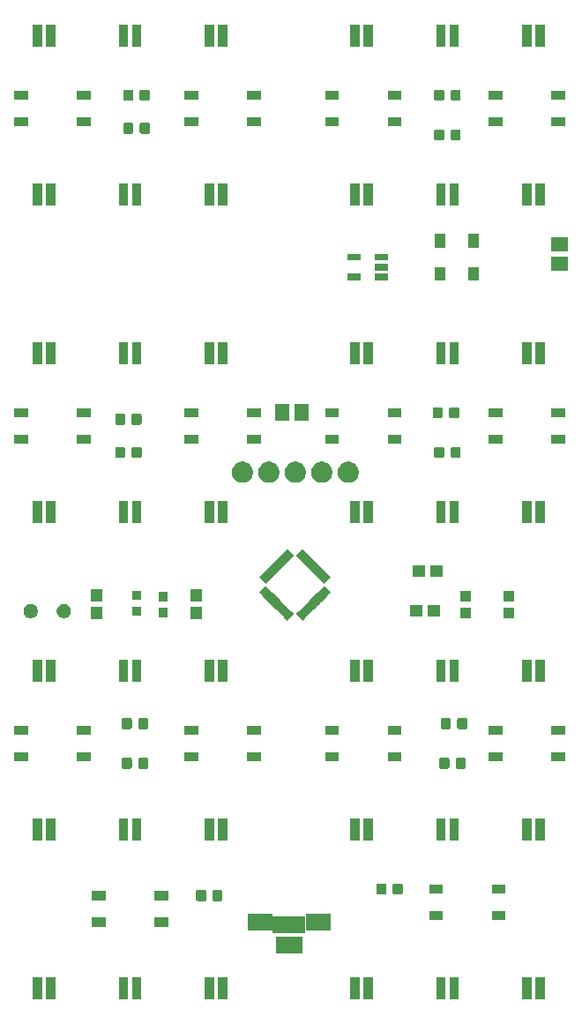
<source format=gbr>
G04 #@! TF.GenerationSoftware,KiCad,Pcbnew,(5.1.5)-3*
G04 #@! TF.CreationDate,2020-03-07T08:42:07-06:00*
G04 #@! TF.ProjectId,DSKY_alarm,44534b59-5f61-46c6-9172-6d2e6b696361,4*
G04 #@! TF.SameCoordinates,Original*
G04 #@! TF.FileFunction,Soldermask,Top*
G04 #@! TF.FilePolarity,Negative*
%FSLAX46Y46*%
G04 Gerber Fmt 4.6, Leading zero omitted, Abs format (unit mm)*
G04 Created by KiCad (PCBNEW (5.1.5)-3) date 2020-03-07 08:42:07*
%MOMM*%
%LPD*%
G04 APERTURE LIST*
%ADD10C,0.010000*%
%ADD11C,0.100000*%
G04 APERTURE END LIST*
D10*
G36*
X107963980Y-139830000D02*
G01*
X110470000Y-139830000D01*
X110470000Y-141343970D01*
X107963980Y-141343970D01*
X107963980Y-139830000D01*
G37*
X107963980Y-139830000D02*
X110470000Y-139830000D01*
X110470000Y-141343970D01*
X107963980Y-141343970D01*
X107963980Y-139830000D01*
G36*
X110903640Y-137680000D02*
G01*
X113145000Y-137680000D01*
X113145000Y-139183866D01*
X110903640Y-139183866D01*
X110903640Y-137680000D01*
G37*
X110903640Y-137680000D02*
X113145000Y-137680000D01*
X113145000Y-139183866D01*
X110903640Y-139183866D01*
X110903640Y-137680000D01*
G36*
X105275500Y-137680000D02*
G01*
X107545000Y-137680000D01*
X107545000Y-139183723D01*
X105275500Y-139183723D01*
X105275500Y-137680000D01*
G37*
X105275500Y-137680000D02*
X107545000Y-137680000D01*
X107545000Y-139183723D01*
X105275500Y-139183723D01*
X105275500Y-137680000D01*
D11*
G36*
X113269146Y-106769784D02*
G01*
X112632749Y-106133388D01*
X112385262Y-106380876D01*
X113021658Y-107017272D01*
X113269146Y-106769784D01*
G37*
G36*
X112915592Y-107123338D02*
G01*
X112279196Y-106486942D01*
X112031709Y-106734429D01*
X112668105Y-107370825D01*
X112915592Y-107123338D01*
G37*
G36*
X112562039Y-107476891D02*
G01*
X111925643Y-106840495D01*
X111678155Y-107087983D01*
X112314551Y-107724379D01*
X112562039Y-107476891D01*
G37*
G36*
X112208485Y-107830445D02*
G01*
X111572089Y-107194049D01*
X111324602Y-107441536D01*
X111960998Y-108077932D01*
X112208485Y-107830445D01*
G37*
G36*
X111854932Y-108183998D02*
G01*
X111218536Y-107547602D01*
X110971049Y-107795089D01*
X111607445Y-108431485D01*
X111854932Y-108183998D01*
G37*
G36*
X111501379Y-108537551D02*
G01*
X110864983Y-107901155D01*
X110617495Y-108148643D01*
X111253891Y-108785039D01*
X111501379Y-108537551D01*
G37*
G36*
X111147825Y-108891105D02*
G01*
X110511429Y-108254709D01*
X110263942Y-108502196D01*
X110900338Y-109138592D01*
X111147825Y-108891105D01*
G37*
G36*
X110794272Y-109244658D02*
G01*
X110157876Y-108608262D01*
X109910388Y-108855749D01*
X110546784Y-109492146D01*
X110794272Y-109244658D01*
G37*
G36*
X109097216Y-109492146D02*
G01*
X109733612Y-108855749D01*
X109486124Y-108608262D01*
X108849728Y-109244658D01*
X109097216Y-109492146D01*
G37*
G36*
X108743662Y-109138592D02*
G01*
X109380058Y-108502196D01*
X109132571Y-108254709D01*
X108496175Y-108891105D01*
X108743662Y-109138592D01*
G37*
G36*
X108390109Y-108785039D02*
G01*
X109026505Y-108148643D01*
X108779017Y-107901155D01*
X108142621Y-108537551D01*
X108390109Y-108785039D01*
G37*
G36*
X108036555Y-108431485D02*
G01*
X108672951Y-107795089D01*
X108425464Y-107547602D01*
X107789068Y-108183998D01*
X108036555Y-108431485D01*
G37*
G36*
X107683002Y-108077932D02*
G01*
X108319398Y-107441536D01*
X108071911Y-107194049D01*
X107435515Y-107830445D01*
X107683002Y-108077932D01*
G37*
G36*
X107329449Y-107724379D02*
G01*
X107965845Y-107087983D01*
X107718357Y-106840495D01*
X107081961Y-107476891D01*
X107329449Y-107724379D01*
G37*
G36*
X106975895Y-107370825D02*
G01*
X107612291Y-106734429D01*
X107364804Y-106486942D01*
X106728408Y-107123338D01*
X106975895Y-107370825D01*
G37*
G36*
X106622342Y-107017272D02*
G01*
X107258738Y-106380876D01*
X107011251Y-106133388D01*
X106374854Y-106769784D01*
X106622342Y-107017272D01*
G37*
G36*
X106374854Y-105320216D02*
G01*
X107011251Y-105956612D01*
X107258738Y-105709124D01*
X106622342Y-105072728D01*
X106374854Y-105320216D01*
G37*
G36*
X106728408Y-104966662D02*
G01*
X107364804Y-105603058D01*
X107612291Y-105355571D01*
X106975895Y-104719175D01*
X106728408Y-104966662D01*
G37*
G36*
X107081961Y-104613109D02*
G01*
X107718357Y-105249505D01*
X107965845Y-105002017D01*
X107329449Y-104365621D01*
X107081961Y-104613109D01*
G37*
G36*
X107435515Y-104259555D02*
G01*
X108071911Y-104895951D01*
X108319398Y-104648464D01*
X107683002Y-104012068D01*
X107435515Y-104259555D01*
G37*
G36*
X107789068Y-103906002D02*
G01*
X108425464Y-104542398D01*
X108672951Y-104294911D01*
X108036555Y-103658515D01*
X107789068Y-103906002D01*
G37*
G36*
X108142621Y-103552449D02*
G01*
X108779017Y-104188845D01*
X109026505Y-103941357D01*
X108390109Y-103304961D01*
X108142621Y-103552449D01*
G37*
G36*
X108496175Y-103198895D02*
G01*
X109132571Y-103835291D01*
X109380058Y-103587804D01*
X108743662Y-102951408D01*
X108496175Y-103198895D01*
G37*
G36*
X108849728Y-102845342D02*
G01*
X109486124Y-103481738D01*
X109733612Y-103234251D01*
X109097216Y-102597854D01*
X108849728Y-102845342D01*
G37*
G36*
X110546784Y-102597854D02*
G01*
X109910388Y-103234251D01*
X110157876Y-103481738D01*
X110794272Y-102845342D01*
X110546784Y-102597854D01*
G37*
G36*
X110900338Y-102951408D02*
G01*
X110263942Y-103587804D01*
X110511429Y-103835291D01*
X111147825Y-103198895D01*
X110900338Y-102951408D01*
G37*
G36*
X111253891Y-103304961D02*
G01*
X110617495Y-103941357D01*
X110864983Y-104188845D01*
X111501379Y-103552449D01*
X111253891Y-103304961D01*
G37*
G36*
X111607445Y-103658515D02*
G01*
X110971049Y-104294911D01*
X111218536Y-104542398D01*
X111854932Y-103906002D01*
X111607445Y-103658515D01*
G37*
G36*
X111960998Y-104012068D02*
G01*
X111324602Y-104648464D01*
X111572089Y-104895951D01*
X112208485Y-104259555D01*
X111960998Y-104012068D01*
G37*
G36*
X112314551Y-104365621D02*
G01*
X111678155Y-105002017D01*
X111925643Y-105249505D01*
X112562039Y-104613109D01*
X112314551Y-104365621D01*
G37*
G36*
X112668105Y-104719175D02*
G01*
X112031709Y-105355571D01*
X112279196Y-105603058D01*
X112915592Y-104966662D01*
X112668105Y-104719175D01*
G37*
G36*
X113021658Y-105072728D02*
G01*
X112385262Y-105709124D01*
X112632749Y-105956612D01*
X113269146Y-105320216D01*
X113021658Y-105072728D01*
G37*
G36*
X102051000Y-145831000D02*
G01*
X101149000Y-145831000D01*
X101149000Y-143729000D01*
X102051000Y-143729000D01*
X102051000Y-145831000D01*
G37*
G36*
X85541000Y-145831000D02*
G01*
X84639000Y-145831000D01*
X84639000Y-143729000D01*
X85541000Y-143729000D01*
X85541000Y-145831000D01*
G37*
G36*
X86811000Y-145831000D02*
G01*
X85909000Y-145831000D01*
X85909000Y-143729000D01*
X86811000Y-143729000D01*
X86811000Y-145831000D01*
G37*
G36*
X93796000Y-145831000D02*
G01*
X92894000Y-145831000D01*
X92894000Y-143729000D01*
X93796000Y-143729000D01*
X93796000Y-145831000D01*
G37*
G36*
X95066000Y-145831000D02*
G01*
X94164000Y-145831000D01*
X94164000Y-143729000D01*
X95066000Y-143729000D01*
X95066000Y-145831000D01*
G37*
G36*
X103321000Y-145831000D02*
G01*
X102419000Y-145831000D01*
X102419000Y-143729000D01*
X103321000Y-143729000D01*
X103321000Y-145831000D01*
G37*
G36*
X116021000Y-145831000D02*
G01*
X115119000Y-145831000D01*
X115119000Y-143729000D01*
X116021000Y-143729000D01*
X116021000Y-145831000D01*
G37*
G36*
X117291000Y-145831000D02*
G01*
X116389000Y-145831000D01*
X116389000Y-143729000D01*
X117291000Y-143729000D01*
X117291000Y-145831000D01*
G37*
G36*
X124276000Y-145831000D02*
G01*
X123374000Y-145831000D01*
X123374000Y-143729000D01*
X124276000Y-143729000D01*
X124276000Y-145831000D01*
G37*
G36*
X125546000Y-145831000D02*
G01*
X124644000Y-145831000D01*
X124644000Y-143729000D01*
X125546000Y-143729000D01*
X125546000Y-145831000D01*
G37*
G36*
X132531000Y-145831000D02*
G01*
X131629000Y-145831000D01*
X131629000Y-143729000D01*
X132531000Y-143729000D01*
X132531000Y-145831000D01*
G37*
G36*
X133801000Y-145831000D02*
G01*
X132899000Y-145831000D01*
X132899000Y-143729000D01*
X133801000Y-143729000D01*
X133801000Y-145831000D01*
G37*
G36*
X109307797Y-140290567D02*
G01*
X109362575Y-140313257D01*
X109362577Y-140313258D01*
X109411876Y-140346198D01*
X109453802Y-140388124D01*
X109486742Y-140437423D01*
X109486743Y-140437425D01*
X109509433Y-140492203D01*
X109521000Y-140550353D01*
X109521000Y-140609647D01*
X109509433Y-140667797D01*
X109486743Y-140722575D01*
X109486742Y-140722577D01*
X109453802Y-140771876D01*
X109411876Y-140813802D01*
X109362577Y-140846742D01*
X109362576Y-140846743D01*
X109362575Y-140846743D01*
X109307797Y-140869433D01*
X109249647Y-140881000D01*
X109190353Y-140881000D01*
X109132203Y-140869433D01*
X109077425Y-140846743D01*
X109077424Y-140846743D01*
X109077423Y-140846742D01*
X109028124Y-140813802D01*
X108986198Y-140771876D01*
X108953258Y-140722577D01*
X108953257Y-140722575D01*
X108930567Y-140667797D01*
X108919000Y-140609647D01*
X108919000Y-140550353D01*
X108930567Y-140492203D01*
X108953257Y-140437425D01*
X108953258Y-140437423D01*
X108986198Y-140388124D01*
X109028124Y-140346198D01*
X109077423Y-140313258D01*
X109077425Y-140313257D01*
X109132203Y-140290567D01*
X109190353Y-140279000D01*
X109249647Y-140279000D01*
X109307797Y-140290567D01*
G37*
G36*
X110796000Y-139481000D02*
G01*
X107644000Y-139481000D01*
X107644000Y-137879000D01*
X110796000Y-137879000D01*
X110796000Y-139481000D01*
G37*
G36*
X91631000Y-138881000D02*
G01*
X90329000Y-138881000D01*
X90329000Y-137979000D01*
X91631000Y-137979000D01*
X91631000Y-138881000D01*
G37*
G36*
X97631000Y-138881000D02*
G01*
X96329000Y-138881000D01*
X96329000Y-137979000D01*
X97631000Y-137979000D01*
X97631000Y-138881000D01*
G37*
G36*
X112107797Y-138140567D02*
G01*
X112162575Y-138163257D01*
X112162577Y-138163258D01*
X112211876Y-138196198D01*
X112253802Y-138238124D01*
X112259064Y-138246000D01*
X112286743Y-138287425D01*
X112309433Y-138342203D01*
X112321000Y-138400353D01*
X112321000Y-138459647D01*
X112309433Y-138517797D01*
X112286743Y-138572575D01*
X112286742Y-138572577D01*
X112253802Y-138621876D01*
X112211876Y-138663802D01*
X112162577Y-138696742D01*
X112162576Y-138696743D01*
X112162575Y-138696743D01*
X112107797Y-138719433D01*
X112049647Y-138731000D01*
X111990353Y-138731000D01*
X111932203Y-138719433D01*
X111877425Y-138696743D01*
X111877424Y-138696743D01*
X111877423Y-138696742D01*
X111828124Y-138663802D01*
X111786198Y-138621876D01*
X111753258Y-138572577D01*
X111753257Y-138572575D01*
X111730567Y-138517797D01*
X111719000Y-138459647D01*
X111719000Y-138400353D01*
X111730567Y-138342203D01*
X111753257Y-138287425D01*
X111780936Y-138246000D01*
X111786198Y-138238124D01*
X111828124Y-138196198D01*
X111877423Y-138163258D01*
X111877425Y-138163257D01*
X111932203Y-138140567D01*
X111990353Y-138129000D01*
X112049647Y-138129000D01*
X112107797Y-138140567D01*
G37*
G36*
X106507797Y-138140567D02*
G01*
X106562575Y-138163257D01*
X106562577Y-138163258D01*
X106611876Y-138196198D01*
X106653802Y-138238124D01*
X106659064Y-138246000D01*
X106686743Y-138287425D01*
X106709433Y-138342203D01*
X106721000Y-138400353D01*
X106721000Y-138459647D01*
X106709433Y-138517797D01*
X106686743Y-138572575D01*
X106686742Y-138572577D01*
X106653802Y-138621876D01*
X106611876Y-138663802D01*
X106562577Y-138696742D01*
X106562576Y-138696743D01*
X106562575Y-138696743D01*
X106507797Y-138719433D01*
X106449647Y-138731000D01*
X106390353Y-138731000D01*
X106332203Y-138719433D01*
X106277425Y-138696743D01*
X106277424Y-138696743D01*
X106277423Y-138696742D01*
X106228124Y-138663802D01*
X106186198Y-138621876D01*
X106153258Y-138572577D01*
X106153257Y-138572575D01*
X106130567Y-138517797D01*
X106119000Y-138459647D01*
X106119000Y-138400353D01*
X106130567Y-138342203D01*
X106153257Y-138287425D01*
X106180936Y-138246000D01*
X106186198Y-138238124D01*
X106228124Y-138196198D01*
X106277423Y-138163258D01*
X106277425Y-138163257D01*
X106332203Y-138140567D01*
X106390353Y-138129000D01*
X106449647Y-138129000D01*
X106507797Y-138140567D01*
G37*
G36*
X130016000Y-138246000D02*
G01*
X128714000Y-138246000D01*
X128714000Y-137344000D01*
X130016000Y-137344000D01*
X130016000Y-138246000D01*
G37*
G36*
X124016000Y-138246000D02*
G01*
X122714000Y-138246000D01*
X122714000Y-137344000D01*
X124016000Y-137344000D01*
X124016000Y-138246000D01*
G37*
G36*
X101154591Y-135368085D02*
G01*
X101188569Y-135378393D01*
X101219890Y-135395134D01*
X101247339Y-135417661D01*
X101269866Y-135445110D01*
X101286607Y-135476431D01*
X101296915Y-135510409D01*
X101301000Y-135551890D01*
X101301000Y-136228110D01*
X101296915Y-136269591D01*
X101286607Y-136303569D01*
X101269866Y-136334890D01*
X101247339Y-136362339D01*
X101219890Y-136384866D01*
X101188569Y-136401607D01*
X101154591Y-136411915D01*
X101113110Y-136416000D01*
X100511890Y-136416000D01*
X100470409Y-136411915D01*
X100436431Y-136401607D01*
X100405110Y-136384866D01*
X100377661Y-136362339D01*
X100355134Y-136334890D01*
X100338393Y-136303569D01*
X100328085Y-136269591D01*
X100324000Y-136228110D01*
X100324000Y-135551890D01*
X100328085Y-135510409D01*
X100338393Y-135476431D01*
X100355134Y-135445110D01*
X100377661Y-135417661D01*
X100405110Y-135395134D01*
X100436431Y-135378393D01*
X100470409Y-135368085D01*
X100511890Y-135364000D01*
X101113110Y-135364000D01*
X101154591Y-135368085D01*
G37*
G36*
X102729591Y-135368085D02*
G01*
X102763569Y-135378393D01*
X102794890Y-135395134D01*
X102822339Y-135417661D01*
X102844866Y-135445110D01*
X102861607Y-135476431D01*
X102871915Y-135510409D01*
X102876000Y-135551890D01*
X102876000Y-136228110D01*
X102871915Y-136269591D01*
X102861607Y-136303569D01*
X102844866Y-136334890D01*
X102822339Y-136362339D01*
X102794890Y-136384866D01*
X102763569Y-136401607D01*
X102729591Y-136411915D01*
X102688110Y-136416000D01*
X102086890Y-136416000D01*
X102045409Y-136411915D01*
X102011431Y-136401607D01*
X101980110Y-136384866D01*
X101952661Y-136362339D01*
X101930134Y-136334890D01*
X101913393Y-136303569D01*
X101903085Y-136269591D01*
X101899000Y-136228110D01*
X101899000Y-135551890D01*
X101903085Y-135510409D01*
X101913393Y-135476431D01*
X101930134Y-135445110D01*
X101952661Y-135417661D01*
X101980110Y-135395134D01*
X102011431Y-135378393D01*
X102045409Y-135368085D01*
X102086890Y-135364000D01*
X102688110Y-135364000D01*
X102729591Y-135368085D01*
G37*
G36*
X97631000Y-136341000D02*
G01*
X96329000Y-136341000D01*
X96329000Y-135439000D01*
X97631000Y-135439000D01*
X97631000Y-136341000D01*
G37*
G36*
X91631000Y-136341000D02*
G01*
X90329000Y-136341000D01*
X90329000Y-135439000D01*
X91631000Y-135439000D01*
X91631000Y-136341000D01*
G37*
G36*
X118451591Y-134733085D02*
G01*
X118485569Y-134743393D01*
X118516890Y-134760134D01*
X118544339Y-134782661D01*
X118566866Y-134810110D01*
X118583607Y-134841431D01*
X118593915Y-134875409D01*
X118598000Y-134916890D01*
X118598000Y-135593110D01*
X118593915Y-135634591D01*
X118583607Y-135668569D01*
X118566866Y-135699890D01*
X118544339Y-135727339D01*
X118516890Y-135749866D01*
X118485569Y-135766607D01*
X118451591Y-135776915D01*
X118410110Y-135781000D01*
X117808890Y-135781000D01*
X117767409Y-135776915D01*
X117733431Y-135766607D01*
X117702110Y-135749866D01*
X117674661Y-135727339D01*
X117652134Y-135699890D01*
X117635393Y-135668569D01*
X117625085Y-135634591D01*
X117621000Y-135593110D01*
X117621000Y-134916890D01*
X117625085Y-134875409D01*
X117635393Y-134841431D01*
X117652134Y-134810110D01*
X117674661Y-134782661D01*
X117702110Y-134760134D01*
X117733431Y-134743393D01*
X117767409Y-134733085D01*
X117808890Y-134729000D01*
X118410110Y-134729000D01*
X118451591Y-134733085D01*
G37*
G36*
X120026591Y-134733085D02*
G01*
X120060569Y-134743393D01*
X120091890Y-134760134D01*
X120119339Y-134782661D01*
X120141866Y-134810110D01*
X120158607Y-134841431D01*
X120168915Y-134875409D01*
X120173000Y-134916890D01*
X120173000Y-135593110D01*
X120168915Y-135634591D01*
X120158607Y-135668569D01*
X120141866Y-135699890D01*
X120119339Y-135727339D01*
X120091890Y-135749866D01*
X120060569Y-135766607D01*
X120026591Y-135776915D01*
X119985110Y-135781000D01*
X119383890Y-135781000D01*
X119342409Y-135776915D01*
X119308431Y-135766607D01*
X119277110Y-135749866D01*
X119249661Y-135727339D01*
X119227134Y-135699890D01*
X119210393Y-135668569D01*
X119200085Y-135634591D01*
X119196000Y-135593110D01*
X119196000Y-134916890D01*
X119200085Y-134875409D01*
X119210393Y-134841431D01*
X119227134Y-134810110D01*
X119249661Y-134782661D01*
X119277110Y-134760134D01*
X119308431Y-134743393D01*
X119342409Y-134733085D01*
X119383890Y-134729000D01*
X119985110Y-134729000D01*
X120026591Y-134733085D01*
G37*
G36*
X130016000Y-135706000D02*
G01*
X128714000Y-135706000D01*
X128714000Y-134804000D01*
X130016000Y-134804000D01*
X130016000Y-135706000D01*
G37*
G36*
X124016000Y-135706000D02*
G01*
X122714000Y-135706000D01*
X122714000Y-134804000D01*
X124016000Y-134804000D01*
X124016000Y-135706000D01*
G37*
G36*
X85541000Y-130591000D02*
G01*
X84639000Y-130591000D01*
X84639000Y-128489000D01*
X85541000Y-128489000D01*
X85541000Y-130591000D01*
G37*
G36*
X93796000Y-130591000D02*
G01*
X92894000Y-130591000D01*
X92894000Y-128489000D01*
X93796000Y-128489000D01*
X93796000Y-130591000D01*
G37*
G36*
X133801000Y-130591000D02*
G01*
X132899000Y-130591000D01*
X132899000Y-128489000D01*
X133801000Y-128489000D01*
X133801000Y-130591000D01*
G37*
G36*
X132531000Y-130591000D02*
G01*
X131629000Y-130591000D01*
X131629000Y-128489000D01*
X132531000Y-128489000D01*
X132531000Y-130591000D01*
G37*
G36*
X125546000Y-130591000D02*
G01*
X124644000Y-130591000D01*
X124644000Y-128489000D01*
X125546000Y-128489000D01*
X125546000Y-130591000D01*
G37*
G36*
X124276000Y-130591000D02*
G01*
X123374000Y-130591000D01*
X123374000Y-128489000D01*
X124276000Y-128489000D01*
X124276000Y-130591000D01*
G37*
G36*
X116021000Y-130591000D02*
G01*
X115119000Y-130591000D01*
X115119000Y-128489000D01*
X116021000Y-128489000D01*
X116021000Y-130591000D01*
G37*
G36*
X103321000Y-130591000D02*
G01*
X102419000Y-130591000D01*
X102419000Y-128489000D01*
X103321000Y-128489000D01*
X103321000Y-130591000D01*
G37*
G36*
X102051000Y-130591000D02*
G01*
X101149000Y-130591000D01*
X101149000Y-128489000D01*
X102051000Y-128489000D01*
X102051000Y-130591000D01*
G37*
G36*
X95066000Y-130591000D02*
G01*
X94164000Y-130591000D01*
X94164000Y-128489000D01*
X95066000Y-128489000D01*
X95066000Y-130591000D01*
G37*
G36*
X86811000Y-130591000D02*
G01*
X85909000Y-130591000D01*
X85909000Y-128489000D01*
X86811000Y-128489000D01*
X86811000Y-130591000D01*
G37*
G36*
X117291000Y-130591000D02*
G01*
X116389000Y-130591000D01*
X116389000Y-128489000D01*
X117291000Y-128489000D01*
X117291000Y-130591000D01*
G37*
G36*
X126071591Y-122668085D02*
G01*
X126105569Y-122678393D01*
X126136890Y-122695134D01*
X126164339Y-122717661D01*
X126186866Y-122745110D01*
X126203607Y-122776431D01*
X126213915Y-122810409D01*
X126218000Y-122851890D01*
X126218000Y-123528110D01*
X126213915Y-123569591D01*
X126203607Y-123603569D01*
X126186866Y-123634890D01*
X126164339Y-123662339D01*
X126136890Y-123684866D01*
X126105569Y-123701607D01*
X126071591Y-123711915D01*
X126030110Y-123716000D01*
X125428890Y-123716000D01*
X125387409Y-123711915D01*
X125353431Y-123701607D01*
X125322110Y-123684866D01*
X125294661Y-123662339D01*
X125272134Y-123634890D01*
X125255393Y-123603569D01*
X125245085Y-123569591D01*
X125241000Y-123528110D01*
X125241000Y-122851890D01*
X125245085Y-122810409D01*
X125255393Y-122776431D01*
X125272134Y-122745110D01*
X125294661Y-122717661D01*
X125322110Y-122695134D01*
X125353431Y-122678393D01*
X125387409Y-122668085D01*
X125428890Y-122664000D01*
X126030110Y-122664000D01*
X126071591Y-122668085D01*
G37*
G36*
X124496591Y-122668085D02*
G01*
X124530569Y-122678393D01*
X124561890Y-122695134D01*
X124589339Y-122717661D01*
X124611866Y-122745110D01*
X124628607Y-122776431D01*
X124638915Y-122810409D01*
X124643000Y-122851890D01*
X124643000Y-123528110D01*
X124638915Y-123569591D01*
X124628607Y-123603569D01*
X124611866Y-123634890D01*
X124589339Y-123662339D01*
X124561890Y-123684866D01*
X124530569Y-123701607D01*
X124496591Y-123711915D01*
X124455110Y-123716000D01*
X123853890Y-123716000D01*
X123812409Y-123711915D01*
X123778431Y-123701607D01*
X123747110Y-123684866D01*
X123719661Y-123662339D01*
X123697134Y-123634890D01*
X123680393Y-123603569D01*
X123670085Y-123569591D01*
X123666000Y-123528110D01*
X123666000Y-122851890D01*
X123670085Y-122810409D01*
X123680393Y-122776431D01*
X123697134Y-122745110D01*
X123719661Y-122717661D01*
X123747110Y-122695134D01*
X123778431Y-122678393D01*
X123812409Y-122668085D01*
X123853890Y-122664000D01*
X124455110Y-122664000D01*
X124496591Y-122668085D01*
G37*
G36*
X95592091Y-122668085D02*
G01*
X95626069Y-122678393D01*
X95657390Y-122695134D01*
X95684839Y-122717661D01*
X95707366Y-122745110D01*
X95724107Y-122776431D01*
X95734415Y-122810409D01*
X95738500Y-122851890D01*
X95738500Y-123528110D01*
X95734415Y-123569591D01*
X95724107Y-123603569D01*
X95707366Y-123634890D01*
X95684839Y-123662339D01*
X95657390Y-123684866D01*
X95626069Y-123701607D01*
X95592091Y-123711915D01*
X95550610Y-123716000D01*
X94949390Y-123716000D01*
X94907909Y-123711915D01*
X94873931Y-123701607D01*
X94842610Y-123684866D01*
X94815161Y-123662339D01*
X94792634Y-123634890D01*
X94775893Y-123603569D01*
X94765585Y-123569591D01*
X94761500Y-123528110D01*
X94761500Y-122851890D01*
X94765585Y-122810409D01*
X94775893Y-122776431D01*
X94792634Y-122745110D01*
X94815161Y-122717661D01*
X94842610Y-122695134D01*
X94873931Y-122678393D01*
X94907909Y-122668085D01*
X94949390Y-122664000D01*
X95550610Y-122664000D01*
X95592091Y-122668085D01*
G37*
G36*
X94017091Y-122668085D02*
G01*
X94051069Y-122678393D01*
X94082390Y-122695134D01*
X94109839Y-122717661D01*
X94132366Y-122745110D01*
X94149107Y-122776431D01*
X94159415Y-122810409D01*
X94163500Y-122851890D01*
X94163500Y-123528110D01*
X94159415Y-123569591D01*
X94149107Y-123603569D01*
X94132366Y-123634890D01*
X94109839Y-123662339D01*
X94082390Y-123684866D01*
X94051069Y-123701607D01*
X94017091Y-123711915D01*
X93975610Y-123716000D01*
X93374390Y-123716000D01*
X93332909Y-123711915D01*
X93298931Y-123701607D01*
X93267610Y-123684866D01*
X93240161Y-123662339D01*
X93217634Y-123634890D01*
X93200893Y-123603569D01*
X93190585Y-123569591D01*
X93186500Y-123528110D01*
X93186500Y-122851890D01*
X93190585Y-122810409D01*
X93200893Y-122776431D01*
X93217634Y-122745110D01*
X93240161Y-122717661D01*
X93267610Y-122695134D01*
X93298931Y-122678393D01*
X93332909Y-122668085D01*
X93374390Y-122664000D01*
X93975610Y-122664000D01*
X94017091Y-122668085D01*
G37*
G36*
X129731000Y-123006000D02*
G01*
X128429000Y-123006000D01*
X128429000Y-122104000D01*
X129731000Y-122104000D01*
X129731000Y-123006000D01*
G37*
G36*
X90186000Y-123006000D02*
G01*
X88884000Y-123006000D01*
X88884000Y-122104000D01*
X90186000Y-122104000D01*
X90186000Y-123006000D01*
G37*
G36*
X114031000Y-123006000D02*
G01*
X112729000Y-123006000D01*
X112729000Y-122104000D01*
X114031000Y-122104000D01*
X114031000Y-123006000D01*
G37*
G36*
X100521000Y-123006000D02*
G01*
X99219000Y-123006000D01*
X99219000Y-122104000D01*
X100521000Y-122104000D01*
X100521000Y-123006000D01*
G37*
G36*
X106521000Y-123006000D02*
G01*
X105219000Y-123006000D01*
X105219000Y-122104000D01*
X106521000Y-122104000D01*
X106521000Y-123006000D01*
G37*
G36*
X135731000Y-123006000D02*
G01*
X134429000Y-123006000D01*
X134429000Y-122104000D01*
X135731000Y-122104000D01*
X135731000Y-123006000D01*
G37*
G36*
X120031000Y-123006000D02*
G01*
X118729000Y-123006000D01*
X118729000Y-122104000D01*
X120031000Y-122104000D01*
X120031000Y-123006000D01*
G37*
G36*
X84186000Y-123006000D02*
G01*
X82884000Y-123006000D01*
X82884000Y-122104000D01*
X84186000Y-122104000D01*
X84186000Y-123006000D01*
G37*
G36*
X135731000Y-120466000D02*
G01*
X134429000Y-120466000D01*
X134429000Y-119564000D01*
X135731000Y-119564000D01*
X135731000Y-120466000D01*
G37*
G36*
X129731000Y-120466000D02*
G01*
X128429000Y-120466000D01*
X128429000Y-119564000D01*
X129731000Y-119564000D01*
X129731000Y-120466000D01*
G37*
G36*
X120031000Y-120466000D02*
G01*
X118729000Y-120466000D01*
X118729000Y-119564000D01*
X120031000Y-119564000D01*
X120031000Y-120466000D01*
G37*
G36*
X114031000Y-120466000D02*
G01*
X112729000Y-120466000D01*
X112729000Y-119564000D01*
X114031000Y-119564000D01*
X114031000Y-120466000D01*
G37*
G36*
X90186000Y-120466000D02*
G01*
X88884000Y-120466000D01*
X88884000Y-119564000D01*
X90186000Y-119564000D01*
X90186000Y-120466000D01*
G37*
G36*
X100521000Y-120466000D02*
G01*
X99219000Y-120466000D01*
X99219000Y-119564000D01*
X100521000Y-119564000D01*
X100521000Y-120466000D01*
G37*
G36*
X84186000Y-120466000D02*
G01*
X82884000Y-120466000D01*
X82884000Y-119564000D01*
X84186000Y-119564000D01*
X84186000Y-120466000D01*
G37*
G36*
X106521000Y-120466000D02*
G01*
X105219000Y-120466000D01*
X105219000Y-119564000D01*
X106521000Y-119564000D01*
X106521000Y-120466000D01*
G37*
G36*
X95592091Y-118858085D02*
G01*
X95626069Y-118868393D01*
X95657390Y-118885134D01*
X95684839Y-118907661D01*
X95707366Y-118935110D01*
X95724107Y-118966431D01*
X95734415Y-119000409D01*
X95738500Y-119041890D01*
X95738500Y-119718110D01*
X95734415Y-119759591D01*
X95724107Y-119793569D01*
X95707366Y-119824890D01*
X95684839Y-119852339D01*
X95657390Y-119874866D01*
X95626069Y-119891607D01*
X95592091Y-119901915D01*
X95550610Y-119906000D01*
X94949390Y-119906000D01*
X94907909Y-119901915D01*
X94873931Y-119891607D01*
X94842610Y-119874866D01*
X94815161Y-119852339D01*
X94792634Y-119824890D01*
X94775893Y-119793569D01*
X94765585Y-119759591D01*
X94761500Y-119718110D01*
X94761500Y-119041890D01*
X94765585Y-119000409D01*
X94775893Y-118966431D01*
X94792634Y-118935110D01*
X94815161Y-118907661D01*
X94842610Y-118885134D01*
X94873931Y-118868393D01*
X94907909Y-118858085D01*
X94949390Y-118854000D01*
X95550610Y-118854000D01*
X95592091Y-118858085D01*
G37*
G36*
X94017091Y-118858085D02*
G01*
X94051069Y-118868393D01*
X94082390Y-118885134D01*
X94109839Y-118907661D01*
X94132366Y-118935110D01*
X94149107Y-118966431D01*
X94159415Y-119000409D01*
X94163500Y-119041890D01*
X94163500Y-119718110D01*
X94159415Y-119759591D01*
X94149107Y-119793569D01*
X94132366Y-119824890D01*
X94109839Y-119852339D01*
X94082390Y-119874866D01*
X94051069Y-119891607D01*
X94017091Y-119901915D01*
X93975610Y-119906000D01*
X93374390Y-119906000D01*
X93332909Y-119901915D01*
X93298931Y-119891607D01*
X93267610Y-119874866D01*
X93240161Y-119852339D01*
X93217634Y-119824890D01*
X93200893Y-119793569D01*
X93190585Y-119759591D01*
X93186500Y-119718110D01*
X93186500Y-119041890D01*
X93190585Y-119000409D01*
X93200893Y-118966431D01*
X93217634Y-118935110D01*
X93240161Y-118907661D01*
X93267610Y-118885134D01*
X93298931Y-118868393D01*
X93332909Y-118858085D01*
X93374390Y-118854000D01*
X93975610Y-118854000D01*
X94017091Y-118858085D01*
G37*
G36*
X124649591Y-118858085D02*
G01*
X124683569Y-118868393D01*
X124714890Y-118885134D01*
X124742339Y-118907661D01*
X124764866Y-118935110D01*
X124781607Y-118966431D01*
X124791915Y-119000409D01*
X124796000Y-119041890D01*
X124796000Y-119718110D01*
X124791915Y-119759591D01*
X124781607Y-119793569D01*
X124764866Y-119824890D01*
X124742339Y-119852339D01*
X124714890Y-119874866D01*
X124683569Y-119891607D01*
X124649591Y-119901915D01*
X124608110Y-119906000D01*
X124006890Y-119906000D01*
X123965409Y-119901915D01*
X123931431Y-119891607D01*
X123900110Y-119874866D01*
X123872661Y-119852339D01*
X123850134Y-119824890D01*
X123833393Y-119793569D01*
X123823085Y-119759591D01*
X123819000Y-119718110D01*
X123819000Y-119041890D01*
X123823085Y-119000409D01*
X123833393Y-118966431D01*
X123850134Y-118935110D01*
X123872661Y-118907661D01*
X123900110Y-118885134D01*
X123931431Y-118868393D01*
X123965409Y-118858085D01*
X124006890Y-118854000D01*
X124608110Y-118854000D01*
X124649591Y-118858085D01*
G37*
G36*
X126224591Y-118858085D02*
G01*
X126258569Y-118868393D01*
X126289890Y-118885134D01*
X126317339Y-118907661D01*
X126339866Y-118935110D01*
X126356607Y-118966431D01*
X126366915Y-119000409D01*
X126371000Y-119041890D01*
X126371000Y-119718110D01*
X126366915Y-119759591D01*
X126356607Y-119793569D01*
X126339866Y-119824890D01*
X126317339Y-119852339D01*
X126289890Y-119874866D01*
X126258569Y-119891607D01*
X126224591Y-119901915D01*
X126183110Y-119906000D01*
X125581890Y-119906000D01*
X125540409Y-119901915D01*
X125506431Y-119891607D01*
X125475110Y-119874866D01*
X125447661Y-119852339D01*
X125425134Y-119824890D01*
X125408393Y-119793569D01*
X125398085Y-119759591D01*
X125394000Y-119718110D01*
X125394000Y-119041890D01*
X125398085Y-119000409D01*
X125408393Y-118966431D01*
X125425134Y-118935110D01*
X125447661Y-118907661D01*
X125475110Y-118885134D01*
X125506431Y-118868393D01*
X125540409Y-118858085D01*
X125581890Y-118854000D01*
X126183110Y-118854000D01*
X126224591Y-118858085D01*
G37*
G36*
X86811000Y-115351000D02*
G01*
X85909000Y-115351000D01*
X85909000Y-113249000D01*
X86811000Y-113249000D01*
X86811000Y-115351000D01*
G37*
G36*
X95066000Y-115351000D02*
G01*
X94164000Y-115351000D01*
X94164000Y-113249000D01*
X95066000Y-113249000D01*
X95066000Y-115351000D01*
G37*
G36*
X85541000Y-115351000D02*
G01*
X84639000Y-115351000D01*
X84639000Y-113249000D01*
X85541000Y-113249000D01*
X85541000Y-115351000D01*
G37*
G36*
X124276000Y-115351000D02*
G01*
X123374000Y-115351000D01*
X123374000Y-113249000D01*
X124276000Y-113249000D01*
X124276000Y-115351000D01*
G37*
G36*
X117291000Y-115351000D02*
G01*
X116389000Y-115351000D01*
X116389000Y-113249000D01*
X117291000Y-113249000D01*
X117291000Y-115351000D01*
G37*
G36*
X116021000Y-115351000D02*
G01*
X115119000Y-115351000D01*
X115119000Y-113249000D01*
X116021000Y-113249000D01*
X116021000Y-115351000D01*
G37*
G36*
X93796000Y-115351000D02*
G01*
X92894000Y-115351000D01*
X92894000Y-113249000D01*
X93796000Y-113249000D01*
X93796000Y-115351000D01*
G37*
G36*
X132531000Y-115351000D02*
G01*
X131629000Y-115351000D01*
X131629000Y-113249000D01*
X132531000Y-113249000D01*
X132531000Y-115351000D01*
G37*
G36*
X125546000Y-115351000D02*
G01*
X124644000Y-115351000D01*
X124644000Y-113249000D01*
X125546000Y-113249000D01*
X125546000Y-115351000D01*
G37*
G36*
X103321000Y-115351000D02*
G01*
X102419000Y-115351000D01*
X102419000Y-113249000D01*
X103321000Y-113249000D01*
X103321000Y-115351000D01*
G37*
G36*
X102051000Y-115351000D02*
G01*
X101149000Y-115351000D01*
X101149000Y-113249000D01*
X102051000Y-113249000D01*
X102051000Y-115351000D01*
G37*
G36*
X133801000Y-115351000D02*
G01*
X132899000Y-115351000D01*
X132899000Y-113249000D01*
X133801000Y-113249000D01*
X133801000Y-115351000D01*
G37*
G36*
X112633875Y-106133382D02*
G01*
X113270277Y-106769784D01*
X113021658Y-107018403D01*
X112916723Y-107123337D01*
X112668104Y-107371956D01*
X112563170Y-107476891D01*
X111253891Y-108786170D01*
X111148956Y-108891104D01*
X110900337Y-109139723D01*
X110795403Y-109244658D01*
X110546784Y-109493277D01*
X109910382Y-108856875D01*
X109909011Y-108855750D01*
X109910387Y-108854620D01*
X110157876Y-108607131D01*
X110174423Y-108590585D01*
X110174428Y-108590579D01*
X110262811Y-108502197D01*
X110262810Y-108502196D01*
X110511429Y-108253577D01*
X110511430Y-108253578D01*
X110599807Y-108165200D01*
X110599818Y-108165191D01*
X110616365Y-108148644D01*
X110616364Y-108148643D01*
X110864983Y-107900024D01*
X110864984Y-107900025D01*
X110953371Y-107811637D01*
X110969918Y-107795091D01*
X110969917Y-107795090D01*
X111218536Y-107546471D01*
X111218537Y-107546472D01*
X111323472Y-107441537D01*
X111323471Y-107441536D01*
X111572090Y-107192917D01*
X111572091Y-107192918D01*
X111660478Y-107104530D01*
X111677025Y-107087984D01*
X111677024Y-107087983D01*
X111925643Y-106839364D01*
X111925644Y-106839365D01*
X111942191Y-106822818D01*
X111942200Y-106822807D01*
X112030578Y-106734430D01*
X112030577Y-106734429D01*
X112279196Y-106485810D01*
X112279197Y-106485811D01*
X112367579Y-106397428D01*
X112367585Y-106397423D01*
X112384131Y-106380876D01*
X112631620Y-106133387D01*
X112632750Y-106132011D01*
X112633875Y-106133382D01*
G37*
G36*
X107012375Y-106133382D02*
G01*
X107259869Y-106380876D01*
X107259869Y-106380877D01*
X107276416Y-106397424D01*
X107276422Y-106397429D01*
X107364804Y-106485811D01*
X107364804Y-106485810D01*
X107613423Y-106734429D01*
X107613423Y-106734430D01*
X107701805Y-106822812D01*
X107701810Y-106822818D01*
X107718357Y-106839365D01*
X107718357Y-106839364D01*
X107966976Y-107087983D01*
X107966976Y-107087984D01*
X108071910Y-107192918D01*
X108071910Y-107192917D01*
X108320529Y-107441536D01*
X108320529Y-107441537D01*
X108425464Y-107546472D01*
X108425464Y-107546471D01*
X108674083Y-107795090D01*
X108674083Y-107795091D01*
X108779017Y-107900025D01*
X108779017Y-107900024D01*
X109027636Y-108148643D01*
X109027636Y-108148644D01*
X109044183Y-108165191D01*
X109044189Y-108165196D01*
X109132571Y-108253578D01*
X109132571Y-108253577D01*
X109381190Y-108502196D01*
X109381190Y-108502197D01*
X109469572Y-108590579D01*
X109469577Y-108590585D01*
X109486124Y-108607132D01*
X109486124Y-108607131D01*
X109733618Y-108854625D01*
X109734989Y-108855750D01*
X109733618Y-108856875D01*
X109097216Y-109493277D01*
X108848597Y-109244658D01*
X108848598Y-109244658D01*
X108760216Y-109156276D01*
X108760211Y-109156270D01*
X108743664Y-109139723D01*
X108743663Y-109139723D01*
X108495044Y-108891104D01*
X108495045Y-108891104D01*
X108478498Y-108874557D01*
X108478492Y-108874552D01*
X108390110Y-108786170D01*
X108390109Y-108786170D01*
X108141490Y-108537551D01*
X108141491Y-108537551D01*
X108036557Y-108432617D01*
X108036556Y-108432617D01*
X107787937Y-108183998D01*
X107787938Y-108183998D01*
X107683003Y-108079063D01*
X107683002Y-108079063D01*
X107434383Y-107830444D01*
X107434384Y-107830444D01*
X107329450Y-107725510D01*
X107329449Y-107725510D01*
X107080830Y-107476891D01*
X107080831Y-107476891D01*
X106992449Y-107388509D01*
X106992444Y-107388503D01*
X106975897Y-107371956D01*
X106975896Y-107371956D01*
X106727277Y-107123337D01*
X106727278Y-107123337D01*
X106710731Y-107106790D01*
X106710725Y-107106785D01*
X106622343Y-107018403D01*
X106622342Y-107018403D01*
X106373723Y-106769784D01*
X107010125Y-106133382D01*
X107011250Y-106132011D01*
X107012375Y-106133382D01*
G37*
G36*
X100880800Y-109388300D02*
G01*
X99779200Y-109388300D01*
X99779200Y-108211700D01*
X100880800Y-108211700D01*
X100880800Y-109388300D01*
G37*
G36*
X91355800Y-109388300D02*
G01*
X90254200Y-109388300D01*
X90254200Y-108211700D01*
X91355800Y-108211700D01*
X91355800Y-109388300D01*
G37*
G36*
X84588794Y-107912376D02*
G01*
X84717445Y-107951402D01*
X84836011Y-108014777D01*
X84939935Y-108100065D01*
X85025223Y-108203989D01*
X85088598Y-108322555D01*
X85127624Y-108451206D01*
X85140801Y-108584999D01*
X85140801Y-108585001D01*
X85127624Y-108718794D01*
X85088598Y-108847445D01*
X85025223Y-108966011D01*
X84939935Y-109069935D01*
X84836011Y-109155223D01*
X84717445Y-109218598D01*
X84588794Y-109257624D01*
X84455001Y-109270801D01*
X84454999Y-109270801D01*
X84321206Y-109257624D01*
X84192555Y-109218598D01*
X84073989Y-109155223D01*
X83970065Y-109069935D01*
X83884777Y-108966011D01*
X83821402Y-108847445D01*
X83782376Y-108718794D01*
X83769199Y-108585001D01*
X83769199Y-108584999D01*
X83782376Y-108451206D01*
X83821402Y-108322555D01*
X83884777Y-108203989D01*
X83970065Y-108100065D01*
X84073989Y-108014777D01*
X84192555Y-107951402D01*
X84321206Y-107912376D01*
X84454999Y-107899199D01*
X84455001Y-107899199D01*
X84588794Y-107912376D01*
G37*
G36*
X87763794Y-107912376D02*
G01*
X87892445Y-107951402D01*
X88011011Y-108014777D01*
X88114935Y-108100065D01*
X88200223Y-108203989D01*
X88263598Y-108322555D01*
X88302624Y-108451206D01*
X88315801Y-108584999D01*
X88315801Y-108585001D01*
X88302624Y-108718794D01*
X88263598Y-108847445D01*
X88200223Y-108966011D01*
X88114935Y-109069935D01*
X88011011Y-109155223D01*
X87892445Y-109218598D01*
X87763794Y-109257624D01*
X87630001Y-109270801D01*
X87629999Y-109270801D01*
X87496206Y-109257624D01*
X87367555Y-109218598D01*
X87248989Y-109155223D01*
X87145065Y-109069935D01*
X87059777Y-108966011D01*
X86996402Y-108847445D01*
X86957376Y-108718794D01*
X86944199Y-108585001D01*
X86944199Y-108584999D01*
X86957376Y-108451206D01*
X86996402Y-108322555D01*
X87059777Y-108203989D01*
X87145065Y-108100065D01*
X87248989Y-108014777D01*
X87367555Y-107951402D01*
X87496206Y-107912376D01*
X87629999Y-107899199D01*
X87630001Y-107899199D01*
X87763794Y-107912376D01*
G37*
G36*
X130820800Y-109250800D02*
G01*
X129819200Y-109250800D01*
X129819200Y-108249200D01*
X130820800Y-108249200D01*
X130820800Y-109250800D01*
G37*
G36*
X126720800Y-109250800D02*
G01*
X125719200Y-109250800D01*
X125719200Y-108249200D01*
X126720800Y-108249200D01*
X126720800Y-109250800D01*
G37*
G36*
X97605800Y-109150800D02*
G01*
X96704200Y-109150800D01*
X96704200Y-108249200D01*
X97605800Y-108249200D01*
X97605800Y-109150800D01*
G37*
G36*
X122078300Y-109135800D02*
G01*
X120901700Y-109135800D01*
X120901700Y-108034200D01*
X122078300Y-108034200D01*
X122078300Y-109135800D01*
G37*
G36*
X123778300Y-109135800D02*
G01*
X122601700Y-109135800D01*
X122601700Y-108034200D01*
X123778300Y-108034200D01*
X123778300Y-109135800D01*
G37*
G36*
X95065800Y-109035800D02*
G01*
X94164200Y-109035800D01*
X94164200Y-108134200D01*
X95065800Y-108134200D01*
X95065800Y-109035800D01*
G37*
G36*
X100880800Y-107688300D02*
G01*
X99779200Y-107688300D01*
X99779200Y-106511700D01*
X100880800Y-106511700D01*
X100880800Y-107688300D01*
G37*
G36*
X91355800Y-107688300D02*
G01*
X90254200Y-107688300D01*
X90254200Y-106511700D01*
X91355800Y-106511700D01*
X91355800Y-107688300D01*
G37*
G36*
X126720800Y-107650800D02*
G01*
X125719200Y-107650800D01*
X125719200Y-106649200D01*
X126720800Y-106649200D01*
X126720800Y-107650800D01*
G37*
G36*
X130820800Y-107650800D02*
G01*
X129819200Y-107650800D01*
X129819200Y-106649200D01*
X130820800Y-106649200D01*
X130820800Y-107650800D01*
G37*
G36*
X97605800Y-107650800D02*
G01*
X96704200Y-107650800D01*
X96704200Y-106749200D01*
X97605800Y-106749200D01*
X97605800Y-107650800D01*
G37*
G36*
X95065800Y-107535800D02*
G01*
X94164200Y-107535800D01*
X94164200Y-106634200D01*
X95065800Y-106634200D01*
X95065800Y-107535800D01*
G37*
G36*
X110795403Y-102845342D02*
G01*
X110795403Y-102845343D01*
X110883785Y-102933725D01*
X110883790Y-102933731D01*
X110900337Y-102950278D01*
X110900337Y-102950277D01*
X111148956Y-103198896D01*
X111148956Y-103198897D01*
X111165503Y-103215444D01*
X111165509Y-103215449D01*
X111253891Y-103303831D01*
X111253891Y-103303830D01*
X111502510Y-103552449D01*
X111502510Y-103552450D01*
X111607444Y-103657384D01*
X111607444Y-103657383D01*
X111856063Y-103906002D01*
X111856063Y-103906003D01*
X111960998Y-104010938D01*
X111960998Y-104010937D01*
X112209617Y-104259556D01*
X112209617Y-104259557D01*
X112314551Y-104364491D01*
X112314551Y-104364490D01*
X112563170Y-104613109D01*
X112563170Y-104613110D01*
X112651552Y-104701492D01*
X112651557Y-104701498D01*
X112668104Y-104718045D01*
X112668104Y-104718044D01*
X112916723Y-104966663D01*
X112916723Y-104966664D01*
X112933270Y-104983211D01*
X112933276Y-104983216D01*
X113021658Y-105071598D01*
X113021658Y-105071597D01*
X113270277Y-105320216D01*
X112633875Y-105956618D01*
X112632750Y-105957989D01*
X112631625Y-105956618D01*
X112384131Y-105709124D01*
X112384132Y-105709124D01*
X112367585Y-105692577D01*
X112367579Y-105692572D01*
X112279197Y-105604190D01*
X112279196Y-105604190D01*
X112030577Y-105355571D01*
X112030578Y-105355571D01*
X111942196Y-105267189D01*
X111942191Y-105267183D01*
X111925644Y-105250636D01*
X111925643Y-105250636D01*
X111677024Y-105002017D01*
X111677025Y-105002017D01*
X111572091Y-104897083D01*
X111572090Y-104897083D01*
X111323471Y-104648464D01*
X111323472Y-104648464D01*
X111218537Y-104543529D01*
X111218536Y-104543529D01*
X110969917Y-104294910D01*
X110969918Y-104294910D01*
X110864984Y-104189976D01*
X110864983Y-104189976D01*
X110616364Y-103941357D01*
X110616365Y-103941357D01*
X110599818Y-103924810D01*
X110599812Y-103924805D01*
X110511430Y-103836423D01*
X110511429Y-103836423D01*
X110262810Y-103587804D01*
X110262811Y-103587804D01*
X110174429Y-103499422D01*
X110174424Y-103499416D01*
X110157877Y-103482869D01*
X110157876Y-103482869D01*
X109910382Y-103235375D01*
X109909011Y-103234250D01*
X109910382Y-103233125D01*
X110546784Y-102596723D01*
X110795403Y-102845342D01*
G37*
G36*
X109733618Y-103233125D02*
G01*
X109734990Y-103234250D01*
X109733612Y-103235381D01*
X109469577Y-103499417D01*
X109044183Y-103924811D01*
X108690629Y-104278364D01*
X108071910Y-104897083D01*
X107983522Y-104985470D01*
X107966976Y-105002017D01*
X107701810Y-105267183D01*
X107613423Y-105355571D01*
X107364804Y-105604190D01*
X107276416Y-105692577D01*
X107012375Y-105956618D01*
X107011250Y-105957989D01*
X107010125Y-105956618D01*
X106373723Y-105320216D01*
X106622342Y-105071597D01*
X106622343Y-105071598D01*
X106710720Y-104983220D01*
X106710731Y-104983211D01*
X106727278Y-104966664D01*
X106727277Y-104966663D01*
X106975896Y-104718044D01*
X106975897Y-104718045D01*
X106992444Y-104701498D01*
X106992453Y-104701487D01*
X107080831Y-104613110D01*
X107080830Y-104613109D01*
X107329449Y-104364490D01*
X107329450Y-104364491D01*
X107434384Y-104259557D01*
X107434383Y-104259556D01*
X107683002Y-104010937D01*
X107683003Y-104010938D01*
X107787938Y-103906003D01*
X107787937Y-103906002D01*
X108036556Y-103657383D01*
X108036557Y-103657384D01*
X108141491Y-103552450D01*
X108141490Y-103552449D01*
X108390109Y-103303830D01*
X108390110Y-103303831D01*
X108478487Y-103215453D01*
X108478498Y-103215444D01*
X108495045Y-103198897D01*
X108495044Y-103198896D01*
X108743663Y-102950277D01*
X108743664Y-102950278D01*
X108760211Y-102933731D01*
X108760220Y-102933720D01*
X108848598Y-102845343D01*
X108848597Y-102845342D01*
X109097216Y-102596723D01*
X109733618Y-103233125D01*
G37*
G36*
X123993300Y-105325800D02*
G01*
X122816700Y-105325800D01*
X122816700Y-104224200D01*
X123993300Y-104224200D01*
X123993300Y-105325800D01*
G37*
G36*
X122293300Y-105325800D02*
G01*
X121116700Y-105325800D01*
X121116700Y-104224200D01*
X122293300Y-104224200D01*
X122293300Y-105325800D01*
G37*
G36*
X124276000Y-100111000D02*
G01*
X123374000Y-100111000D01*
X123374000Y-98009000D01*
X124276000Y-98009000D01*
X124276000Y-100111000D01*
G37*
G36*
X132531000Y-100111000D02*
G01*
X131629000Y-100111000D01*
X131629000Y-98009000D01*
X132531000Y-98009000D01*
X132531000Y-100111000D01*
G37*
G36*
X85541000Y-100111000D02*
G01*
X84639000Y-100111000D01*
X84639000Y-98009000D01*
X85541000Y-98009000D01*
X85541000Y-100111000D01*
G37*
G36*
X117291000Y-100111000D02*
G01*
X116389000Y-100111000D01*
X116389000Y-98009000D01*
X117291000Y-98009000D01*
X117291000Y-100111000D01*
G37*
G36*
X116021000Y-100111000D02*
G01*
X115119000Y-100111000D01*
X115119000Y-98009000D01*
X116021000Y-98009000D01*
X116021000Y-100111000D01*
G37*
G36*
X103321000Y-100111000D02*
G01*
X102419000Y-100111000D01*
X102419000Y-98009000D01*
X103321000Y-98009000D01*
X103321000Y-100111000D01*
G37*
G36*
X125546000Y-100111000D02*
G01*
X124644000Y-100111000D01*
X124644000Y-98009000D01*
X125546000Y-98009000D01*
X125546000Y-100111000D01*
G37*
G36*
X86811000Y-100111000D02*
G01*
X85909000Y-100111000D01*
X85909000Y-98009000D01*
X86811000Y-98009000D01*
X86811000Y-100111000D01*
G37*
G36*
X95066000Y-100111000D02*
G01*
X94164000Y-100111000D01*
X94164000Y-98009000D01*
X95066000Y-98009000D01*
X95066000Y-100111000D01*
G37*
G36*
X93796000Y-100111000D02*
G01*
X92894000Y-100111000D01*
X92894000Y-98009000D01*
X93796000Y-98009000D01*
X93796000Y-100111000D01*
G37*
G36*
X133801000Y-100111000D02*
G01*
X132899000Y-100111000D01*
X132899000Y-98009000D01*
X133801000Y-98009000D01*
X133801000Y-100111000D01*
G37*
G36*
X102051000Y-100111000D02*
G01*
X101149000Y-100111000D01*
X101149000Y-98009000D01*
X102051000Y-98009000D01*
X102051000Y-100111000D01*
G37*
G36*
X105005926Y-94260029D02*
G01*
X105071356Y-94273044D01*
X105256256Y-94349632D01*
X105422662Y-94460821D01*
X105564179Y-94602338D01*
X105675368Y-94768744D01*
X105751956Y-94953644D01*
X105791000Y-95149933D01*
X105791000Y-95350067D01*
X105751956Y-95546356D01*
X105675368Y-95731256D01*
X105564179Y-95897662D01*
X105422662Y-96039179D01*
X105256256Y-96150368D01*
X105071356Y-96226956D01*
X105005926Y-96239971D01*
X104875069Y-96266000D01*
X104674931Y-96266000D01*
X104544074Y-96239971D01*
X104478644Y-96226956D01*
X104293744Y-96150368D01*
X104127338Y-96039179D01*
X103985821Y-95897662D01*
X103874632Y-95731256D01*
X103798044Y-95546356D01*
X103759000Y-95350067D01*
X103759000Y-95149933D01*
X103798044Y-94953644D01*
X103874632Y-94768744D01*
X103985821Y-94602338D01*
X104127338Y-94460821D01*
X104293744Y-94349632D01*
X104478644Y-94273044D01*
X104544074Y-94260029D01*
X104674931Y-94234000D01*
X104875069Y-94234000D01*
X105005926Y-94260029D01*
G37*
G36*
X115165926Y-94260029D02*
G01*
X115231356Y-94273044D01*
X115416256Y-94349632D01*
X115582662Y-94460821D01*
X115724179Y-94602338D01*
X115835368Y-94768744D01*
X115911956Y-94953644D01*
X115951000Y-95149933D01*
X115951000Y-95350067D01*
X115911956Y-95546356D01*
X115835368Y-95731256D01*
X115724179Y-95897662D01*
X115582662Y-96039179D01*
X115416256Y-96150368D01*
X115231356Y-96226956D01*
X115165926Y-96239971D01*
X115035069Y-96266000D01*
X114834931Y-96266000D01*
X114704074Y-96239971D01*
X114638644Y-96226956D01*
X114453744Y-96150368D01*
X114287338Y-96039179D01*
X114145821Y-95897662D01*
X114034632Y-95731256D01*
X113958044Y-95546356D01*
X113919000Y-95350067D01*
X113919000Y-95149933D01*
X113958044Y-94953644D01*
X114034632Y-94768744D01*
X114145821Y-94602338D01*
X114287338Y-94460821D01*
X114453744Y-94349632D01*
X114638644Y-94273044D01*
X114704074Y-94260029D01*
X114834931Y-94234000D01*
X115035069Y-94234000D01*
X115165926Y-94260029D01*
G37*
G36*
X110085926Y-94260029D02*
G01*
X110151356Y-94273044D01*
X110336256Y-94349632D01*
X110502662Y-94460821D01*
X110644179Y-94602338D01*
X110755368Y-94768744D01*
X110831956Y-94953644D01*
X110871000Y-95149933D01*
X110871000Y-95350067D01*
X110831956Y-95546356D01*
X110755368Y-95731256D01*
X110644179Y-95897662D01*
X110502662Y-96039179D01*
X110336256Y-96150368D01*
X110151356Y-96226956D01*
X110085926Y-96239971D01*
X109955069Y-96266000D01*
X109754931Y-96266000D01*
X109624074Y-96239971D01*
X109558644Y-96226956D01*
X109373744Y-96150368D01*
X109207338Y-96039179D01*
X109065821Y-95897662D01*
X108954632Y-95731256D01*
X108878044Y-95546356D01*
X108839000Y-95350067D01*
X108839000Y-95149933D01*
X108878044Y-94953644D01*
X108954632Y-94768744D01*
X109065821Y-94602338D01*
X109207338Y-94460821D01*
X109373744Y-94349632D01*
X109558644Y-94273044D01*
X109624074Y-94260029D01*
X109754931Y-94234000D01*
X109955069Y-94234000D01*
X110085926Y-94260029D01*
G37*
G36*
X112625926Y-94260029D02*
G01*
X112691356Y-94273044D01*
X112876256Y-94349632D01*
X113042662Y-94460821D01*
X113184179Y-94602338D01*
X113295368Y-94768744D01*
X113371956Y-94953644D01*
X113411000Y-95149933D01*
X113411000Y-95350067D01*
X113371956Y-95546356D01*
X113295368Y-95731256D01*
X113184179Y-95897662D01*
X113042662Y-96039179D01*
X112876256Y-96150368D01*
X112691356Y-96226956D01*
X112625926Y-96239971D01*
X112495069Y-96266000D01*
X112294931Y-96266000D01*
X112164074Y-96239971D01*
X112098644Y-96226956D01*
X111913744Y-96150368D01*
X111747338Y-96039179D01*
X111605821Y-95897662D01*
X111494632Y-95731256D01*
X111418044Y-95546356D01*
X111379000Y-95350067D01*
X111379000Y-95149933D01*
X111418044Y-94953644D01*
X111494632Y-94768744D01*
X111605821Y-94602338D01*
X111747338Y-94460821D01*
X111913744Y-94349632D01*
X112098644Y-94273044D01*
X112164074Y-94260029D01*
X112294931Y-94234000D01*
X112495069Y-94234000D01*
X112625926Y-94260029D01*
G37*
G36*
X107545926Y-94260029D02*
G01*
X107611356Y-94273044D01*
X107796256Y-94349632D01*
X107962662Y-94460821D01*
X108104179Y-94602338D01*
X108215368Y-94768744D01*
X108291956Y-94953644D01*
X108331000Y-95149933D01*
X108331000Y-95350067D01*
X108291956Y-95546356D01*
X108215368Y-95731256D01*
X108104179Y-95897662D01*
X107962662Y-96039179D01*
X107796256Y-96150368D01*
X107611356Y-96226956D01*
X107545926Y-96239971D01*
X107415069Y-96266000D01*
X107214931Y-96266000D01*
X107084074Y-96239971D01*
X107018644Y-96226956D01*
X106833744Y-96150368D01*
X106667338Y-96039179D01*
X106525821Y-95897662D01*
X106414632Y-95731256D01*
X106338044Y-95546356D01*
X106299000Y-95350067D01*
X106299000Y-95149933D01*
X106338044Y-94953644D01*
X106414632Y-94768744D01*
X106525821Y-94602338D01*
X106667338Y-94460821D01*
X106833744Y-94349632D01*
X107018644Y-94273044D01*
X107084074Y-94260029D01*
X107214931Y-94234000D01*
X107415069Y-94234000D01*
X107545926Y-94260029D01*
G37*
G36*
X124014591Y-92823085D02*
G01*
X124048569Y-92833393D01*
X124079890Y-92850134D01*
X124107339Y-92872661D01*
X124129866Y-92900110D01*
X124146607Y-92931431D01*
X124156915Y-92965409D01*
X124161000Y-93006890D01*
X124161000Y-93683110D01*
X124156915Y-93724591D01*
X124146607Y-93758569D01*
X124129866Y-93789890D01*
X124107339Y-93817339D01*
X124079890Y-93839866D01*
X124048569Y-93856607D01*
X124014591Y-93866915D01*
X123973110Y-93871000D01*
X123371890Y-93871000D01*
X123330409Y-93866915D01*
X123296431Y-93856607D01*
X123265110Y-93839866D01*
X123237661Y-93817339D01*
X123215134Y-93789890D01*
X123198393Y-93758569D01*
X123188085Y-93724591D01*
X123184000Y-93683110D01*
X123184000Y-93006890D01*
X123188085Y-92965409D01*
X123198393Y-92931431D01*
X123215134Y-92900110D01*
X123237661Y-92872661D01*
X123265110Y-92850134D01*
X123296431Y-92833393D01*
X123330409Y-92823085D01*
X123371890Y-92819000D01*
X123973110Y-92819000D01*
X124014591Y-92823085D01*
G37*
G36*
X93382091Y-92823085D02*
G01*
X93416069Y-92833393D01*
X93447390Y-92850134D01*
X93474839Y-92872661D01*
X93497366Y-92900110D01*
X93514107Y-92931431D01*
X93524415Y-92965409D01*
X93528500Y-93006890D01*
X93528500Y-93683110D01*
X93524415Y-93724591D01*
X93514107Y-93758569D01*
X93497366Y-93789890D01*
X93474839Y-93817339D01*
X93447390Y-93839866D01*
X93416069Y-93856607D01*
X93382091Y-93866915D01*
X93340610Y-93871000D01*
X92739390Y-93871000D01*
X92697909Y-93866915D01*
X92663931Y-93856607D01*
X92632610Y-93839866D01*
X92605161Y-93817339D01*
X92582634Y-93789890D01*
X92565893Y-93758569D01*
X92555585Y-93724591D01*
X92551500Y-93683110D01*
X92551500Y-93006890D01*
X92555585Y-92965409D01*
X92565893Y-92931431D01*
X92582634Y-92900110D01*
X92605161Y-92872661D01*
X92632610Y-92850134D01*
X92663931Y-92833393D01*
X92697909Y-92823085D01*
X92739390Y-92819000D01*
X93340610Y-92819000D01*
X93382091Y-92823085D01*
G37*
G36*
X94957091Y-92823085D02*
G01*
X94991069Y-92833393D01*
X95022390Y-92850134D01*
X95049839Y-92872661D01*
X95072366Y-92900110D01*
X95089107Y-92931431D01*
X95099415Y-92965409D01*
X95103500Y-93006890D01*
X95103500Y-93683110D01*
X95099415Y-93724591D01*
X95089107Y-93758569D01*
X95072366Y-93789890D01*
X95049839Y-93817339D01*
X95022390Y-93839866D01*
X94991069Y-93856607D01*
X94957091Y-93866915D01*
X94915610Y-93871000D01*
X94314390Y-93871000D01*
X94272909Y-93866915D01*
X94238931Y-93856607D01*
X94207610Y-93839866D01*
X94180161Y-93817339D01*
X94157634Y-93789890D01*
X94140893Y-93758569D01*
X94130585Y-93724591D01*
X94126500Y-93683110D01*
X94126500Y-93006890D01*
X94130585Y-92965409D01*
X94140893Y-92931431D01*
X94157634Y-92900110D01*
X94180161Y-92872661D01*
X94207610Y-92850134D01*
X94238931Y-92833393D01*
X94272909Y-92823085D01*
X94314390Y-92819000D01*
X94915610Y-92819000D01*
X94957091Y-92823085D01*
G37*
G36*
X125589591Y-92823085D02*
G01*
X125623569Y-92833393D01*
X125654890Y-92850134D01*
X125682339Y-92872661D01*
X125704866Y-92900110D01*
X125721607Y-92931431D01*
X125731915Y-92965409D01*
X125736000Y-93006890D01*
X125736000Y-93683110D01*
X125731915Y-93724591D01*
X125721607Y-93758569D01*
X125704866Y-93789890D01*
X125682339Y-93817339D01*
X125654890Y-93839866D01*
X125623569Y-93856607D01*
X125589591Y-93866915D01*
X125548110Y-93871000D01*
X124946890Y-93871000D01*
X124905409Y-93866915D01*
X124871431Y-93856607D01*
X124840110Y-93839866D01*
X124812661Y-93817339D01*
X124790134Y-93789890D01*
X124773393Y-93758569D01*
X124763085Y-93724591D01*
X124759000Y-93683110D01*
X124759000Y-93006890D01*
X124763085Y-92965409D01*
X124773393Y-92931431D01*
X124790134Y-92900110D01*
X124812661Y-92872661D01*
X124840110Y-92850134D01*
X124871431Y-92833393D01*
X124905409Y-92823085D01*
X124946890Y-92819000D01*
X125548110Y-92819000D01*
X125589591Y-92823085D01*
G37*
G36*
X135731000Y-92526000D02*
G01*
X134429000Y-92526000D01*
X134429000Y-91624000D01*
X135731000Y-91624000D01*
X135731000Y-92526000D01*
G37*
G36*
X90186000Y-92526000D02*
G01*
X88884000Y-92526000D01*
X88884000Y-91624000D01*
X90186000Y-91624000D01*
X90186000Y-92526000D01*
G37*
G36*
X84186000Y-92526000D02*
G01*
X82884000Y-92526000D01*
X82884000Y-91624000D01*
X84186000Y-91624000D01*
X84186000Y-92526000D01*
G37*
G36*
X106521000Y-92526000D02*
G01*
X105219000Y-92526000D01*
X105219000Y-91624000D01*
X106521000Y-91624000D01*
X106521000Y-92526000D01*
G37*
G36*
X129731000Y-92526000D02*
G01*
X128429000Y-92526000D01*
X128429000Y-91624000D01*
X129731000Y-91624000D01*
X129731000Y-92526000D01*
G37*
G36*
X120031000Y-92526000D02*
G01*
X118729000Y-92526000D01*
X118729000Y-91624000D01*
X120031000Y-91624000D01*
X120031000Y-92526000D01*
G37*
G36*
X114031000Y-92526000D02*
G01*
X112729000Y-92526000D01*
X112729000Y-91624000D01*
X114031000Y-91624000D01*
X114031000Y-92526000D01*
G37*
G36*
X100521000Y-92526000D02*
G01*
X99219000Y-92526000D01*
X99219000Y-91624000D01*
X100521000Y-91624000D01*
X100521000Y-92526000D01*
G37*
G36*
X94957091Y-89648085D02*
G01*
X94991069Y-89658393D01*
X95022390Y-89675134D01*
X95049839Y-89697661D01*
X95072366Y-89725110D01*
X95089107Y-89756431D01*
X95099415Y-89790409D01*
X95103500Y-89831890D01*
X95103500Y-90508110D01*
X95099415Y-90549591D01*
X95089107Y-90583569D01*
X95072366Y-90614890D01*
X95049839Y-90642339D01*
X95022390Y-90664866D01*
X94991069Y-90681607D01*
X94957091Y-90691915D01*
X94915610Y-90696000D01*
X94314390Y-90696000D01*
X94272909Y-90691915D01*
X94238931Y-90681607D01*
X94207610Y-90664866D01*
X94180161Y-90642339D01*
X94157634Y-90614890D01*
X94140893Y-90583569D01*
X94130585Y-90549591D01*
X94126500Y-90508110D01*
X94126500Y-89831890D01*
X94130585Y-89790409D01*
X94140893Y-89756431D01*
X94157634Y-89725110D01*
X94180161Y-89697661D01*
X94207610Y-89675134D01*
X94238931Y-89658393D01*
X94272909Y-89648085D01*
X94314390Y-89644000D01*
X94915610Y-89644000D01*
X94957091Y-89648085D01*
G37*
G36*
X93382091Y-89648085D02*
G01*
X93416069Y-89658393D01*
X93447390Y-89675134D01*
X93474839Y-89697661D01*
X93497366Y-89725110D01*
X93514107Y-89756431D01*
X93524415Y-89790409D01*
X93528500Y-89831890D01*
X93528500Y-90508110D01*
X93524415Y-90549591D01*
X93514107Y-90583569D01*
X93497366Y-90614890D01*
X93474839Y-90642339D01*
X93447390Y-90664866D01*
X93416069Y-90681607D01*
X93382091Y-90691915D01*
X93340610Y-90696000D01*
X92739390Y-90696000D01*
X92697909Y-90691915D01*
X92663931Y-90681607D01*
X92632610Y-90664866D01*
X92605161Y-90642339D01*
X92582634Y-90614890D01*
X92565893Y-90583569D01*
X92555585Y-90549591D01*
X92551500Y-90508110D01*
X92551500Y-89831890D01*
X92555585Y-89790409D01*
X92565893Y-89756431D01*
X92582634Y-89725110D01*
X92605161Y-89697661D01*
X92632610Y-89675134D01*
X92663931Y-89658393D01*
X92697909Y-89648085D01*
X92739390Y-89644000D01*
X93340610Y-89644000D01*
X93382091Y-89648085D01*
G37*
G36*
X111160800Y-90335800D02*
G01*
X109819200Y-90335800D01*
X109819200Y-88734200D01*
X111160800Y-88734200D01*
X111160800Y-90335800D01*
G37*
G36*
X109260800Y-90335800D02*
G01*
X107919200Y-90335800D01*
X107919200Y-88734200D01*
X109260800Y-88734200D01*
X109260800Y-90335800D01*
G37*
G36*
X123862591Y-89013085D02*
G01*
X123896569Y-89023393D01*
X123927890Y-89040134D01*
X123955339Y-89062661D01*
X123977866Y-89090110D01*
X123994607Y-89121431D01*
X124004915Y-89155409D01*
X124009000Y-89196890D01*
X124009000Y-89873110D01*
X124004915Y-89914591D01*
X123994607Y-89948569D01*
X123977866Y-89979890D01*
X123955339Y-90007339D01*
X123927890Y-90029866D01*
X123896569Y-90046607D01*
X123862591Y-90056915D01*
X123821110Y-90061000D01*
X123219890Y-90061000D01*
X123178409Y-90056915D01*
X123144431Y-90046607D01*
X123113110Y-90029866D01*
X123085661Y-90007339D01*
X123063134Y-89979890D01*
X123046393Y-89948569D01*
X123036085Y-89914591D01*
X123032000Y-89873110D01*
X123032000Y-89196890D01*
X123036085Y-89155409D01*
X123046393Y-89121431D01*
X123063134Y-89090110D01*
X123085661Y-89062661D01*
X123113110Y-89040134D01*
X123144431Y-89023393D01*
X123178409Y-89013085D01*
X123219890Y-89009000D01*
X123821110Y-89009000D01*
X123862591Y-89013085D01*
G37*
G36*
X125437591Y-89013085D02*
G01*
X125471569Y-89023393D01*
X125502890Y-89040134D01*
X125530339Y-89062661D01*
X125552866Y-89090110D01*
X125569607Y-89121431D01*
X125579915Y-89155409D01*
X125584000Y-89196890D01*
X125584000Y-89873110D01*
X125579915Y-89914591D01*
X125569607Y-89948569D01*
X125552866Y-89979890D01*
X125530339Y-90007339D01*
X125502890Y-90029866D01*
X125471569Y-90046607D01*
X125437591Y-90056915D01*
X125396110Y-90061000D01*
X124794890Y-90061000D01*
X124753409Y-90056915D01*
X124719431Y-90046607D01*
X124688110Y-90029866D01*
X124660661Y-90007339D01*
X124638134Y-89979890D01*
X124621393Y-89948569D01*
X124611085Y-89914591D01*
X124607000Y-89873110D01*
X124607000Y-89196890D01*
X124611085Y-89155409D01*
X124621393Y-89121431D01*
X124638134Y-89090110D01*
X124660661Y-89062661D01*
X124688110Y-89040134D01*
X124719431Y-89023393D01*
X124753409Y-89013085D01*
X124794890Y-89009000D01*
X125396110Y-89009000D01*
X125437591Y-89013085D01*
G37*
G36*
X84186000Y-89986000D02*
G01*
X82884000Y-89986000D01*
X82884000Y-89084000D01*
X84186000Y-89084000D01*
X84186000Y-89986000D01*
G37*
G36*
X106521000Y-89986000D02*
G01*
X105219000Y-89986000D01*
X105219000Y-89084000D01*
X106521000Y-89084000D01*
X106521000Y-89986000D01*
G37*
G36*
X120031000Y-89986000D02*
G01*
X118729000Y-89986000D01*
X118729000Y-89084000D01*
X120031000Y-89084000D01*
X120031000Y-89986000D01*
G37*
G36*
X100521000Y-89986000D02*
G01*
X99219000Y-89986000D01*
X99219000Y-89084000D01*
X100521000Y-89084000D01*
X100521000Y-89986000D01*
G37*
G36*
X114031000Y-89986000D02*
G01*
X112729000Y-89986000D01*
X112729000Y-89084000D01*
X114031000Y-89084000D01*
X114031000Y-89986000D01*
G37*
G36*
X90186000Y-89986000D02*
G01*
X88884000Y-89986000D01*
X88884000Y-89084000D01*
X90186000Y-89084000D01*
X90186000Y-89986000D01*
G37*
G36*
X135731000Y-89986000D02*
G01*
X134429000Y-89986000D01*
X134429000Y-89084000D01*
X135731000Y-89084000D01*
X135731000Y-89986000D01*
G37*
G36*
X129731000Y-89986000D02*
G01*
X128429000Y-89986000D01*
X128429000Y-89084000D01*
X129731000Y-89084000D01*
X129731000Y-89986000D01*
G37*
G36*
X132531000Y-84871000D02*
G01*
X131629000Y-84871000D01*
X131629000Y-82769000D01*
X132531000Y-82769000D01*
X132531000Y-84871000D01*
G37*
G36*
X125546000Y-84871000D02*
G01*
X124644000Y-84871000D01*
X124644000Y-82769000D01*
X125546000Y-82769000D01*
X125546000Y-84871000D01*
G37*
G36*
X124276000Y-84871000D02*
G01*
X123374000Y-84871000D01*
X123374000Y-82769000D01*
X124276000Y-82769000D01*
X124276000Y-84871000D01*
G37*
G36*
X117291000Y-84871000D02*
G01*
X116389000Y-84871000D01*
X116389000Y-82769000D01*
X117291000Y-82769000D01*
X117291000Y-84871000D01*
G37*
G36*
X116021000Y-84871000D02*
G01*
X115119000Y-84871000D01*
X115119000Y-82769000D01*
X116021000Y-82769000D01*
X116021000Y-84871000D01*
G37*
G36*
X133801000Y-84871000D02*
G01*
X132899000Y-84871000D01*
X132899000Y-82769000D01*
X133801000Y-82769000D01*
X133801000Y-84871000D01*
G37*
G36*
X86811000Y-84871000D02*
G01*
X85909000Y-84871000D01*
X85909000Y-82769000D01*
X86811000Y-82769000D01*
X86811000Y-84871000D01*
G37*
G36*
X85541000Y-84871000D02*
G01*
X84639000Y-84871000D01*
X84639000Y-82769000D01*
X85541000Y-82769000D01*
X85541000Y-84871000D01*
G37*
G36*
X95066000Y-84871000D02*
G01*
X94164000Y-84871000D01*
X94164000Y-82769000D01*
X95066000Y-82769000D01*
X95066000Y-84871000D01*
G37*
G36*
X102051000Y-84871000D02*
G01*
X101149000Y-84871000D01*
X101149000Y-82769000D01*
X102051000Y-82769000D01*
X102051000Y-84871000D01*
G37*
G36*
X93796000Y-84871000D02*
G01*
X92894000Y-84871000D01*
X92894000Y-82769000D01*
X93796000Y-82769000D01*
X93796000Y-84871000D01*
G37*
G36*
X103321000Y-84871000D02*
G01*
X102419000Y-84871000D01*
X102419000Y-82769000D01*
X103321000Y-82769000D01*
X103321000Y-84871000D01*
G37*
G36*
X127505300Y-76860800D02*
G01*
X126493700Y-76860800D01*
X126493700Y-75539200D01*
X127505300Y-75539200D01*
X127505300Y-76860800D01*
G37*
G36*
X124230300Y-76860800D02*
G01*
X123218700Y-76860800D01*
X123218700Y-75539200D01*
X124230300Y-75539200D01*
X124230300Y-76860800D01*
G37*
G36*
X118760900Y-76840800D02*
G01*
X117459300Y-76840800D01*
X117459300Y-76189200D01*
X118760900Y-76189200D01*
X118760900Y-76840800D01*
G37*
G36*
X116160700Y-76840800D02*
G01*
X114859100Y-76840800D01*
X114859100Y-76189200D01*
X116160700Y-76189200D01*
X116160700Y-76840800D01*
G37*
G36*
X136055800Y-75915800D02*
G01*
X134454200Y-75915800D01*
X134454200Y-74574200D01*
X136055800Y-74574200D01*
X136055800Y-75915800D01*
G37*
G36*
X118760900Y-75890800D02*
G01*
X117459300Y-75890800D01*
X117459300Y-75239200D01*
X118760900Y-75239200D01*
X118760900Y-75890800D01*
G37*
G36*
X118760900Y-74940800D02*
G01*
X117459300Y-74940800D01*
X117459300Y-74289200D01*
X118760900Y-74289200D01*
X118760900Y-74940800D01*
G37*
G36*
X116160700Y-74940800D02*
G01*
X114859100Y-74940800D01*
X114859100Y-74289200D01*
X116160700Y-74289200D01*
X116160700Y-74940800D01*
G37*
G36*
X136055800Y-74015800D02*
G01*
X134454200Y-74015800D01*
X134454200Y-72674200D01*
X136055800Y-72674200D01*
X136055800Y-74015800D01*
G37*
G36*
X124230300Y-73685800D02*
G01*
X123218700Y-73685800D01*
X123218700Y-72364200D01*
X124230300Y-72364200D01*
X124230300Y-73685800D01*
G37*
G36*
X127505300Y-73685800D02*
G01*
X126493700Y-73685800D01*
X126493700Y-72364200D01*
X127505300Y-72364200D01*
X127505300Y-73685800D01*
G37*
G36*
X133801000Y-69631000D02*
G01*
X132899000Y-69631000D01*
X132899000Y-67529000D01*
X133801000Y-67529000D01*
X133801000Y-69631000D01*
G37*
G36*
X86811000Y-69631000D02*
G01*
X85909000Y-69631000D01*
X85909000Y-67529000D01*
X86811000Y-67529000D01*
X86811000Y-69631000D01*
G37*
G36*
X85541000Y-69631000D02*
G01*
X84639000Y-69631000D01*
X84639000Y-67529000D01*
X85541000Y-67529000D01*
X85541000Y-69631000D01*
G37*
G36*
X93796000Y-69631000D02*
G01*
X92894000Y-69631000D01*
X92894000Y-67529000D01*
X93796000Y-67529000D01*
X93796000Y-69631000D01*
G37*
G36*
X102051000Y-69631000D02*
G01*
X101149000Y-69631000D01*
X101149000Y-67529000D01*
X102051000Y-67529000D01*
X102051000Y-69631000D01*
G37*
G36*
X103321000Y-69631000D02*
G01*
X102419000Y-69631000D01*
X102419000Y-67529000D01*
X103321000Y-67529000D01*
X103321000Y-69631000D01*
G37*
G36*
X116021000Y-69631000D02*
G01*
X115119000Y-69631000D01*
X115119000Y-67529000D01*
X116021000Y-67529000D01*
X116021000Y-69631000D01*
G37*
G36*
X95066000Y-69631000D02*
G01*
X94164000Y-69631000D01*
X94164000Y-67529000D01*
X95066000Y-67529000D01*
X95066000Y-69631000D01*
G37*
G36*
X124276000Y-69631000D02*
G01*
X123374000Y-69631000D01*
X123374000Y-67529000D01*
X124276000Y-67529000D01*
X124276000Y-69631000D01*
G37*
G36*
X125546000Y-69631000D02*
G01*
X124644000Y-69631000D01*
X124644000Y-67529000D01*
X125546000Y-67529000D01*
X125546000Y-69631000D01*
G37*
G36*
X132531000Y-69631000D02*
G01*
X131629000Y-69631000D01*
X131629000Y-67529000D01*
X132531000Y-67529000D01*
X132531000Y-69631000D01*
G37*
G36*
X117291000Y-69631000D02*
G01*
X116389000Y-69631000D01*
X116389000Y-67529000D01*
X117291000Y-67529000D01*
X117291000Y-69631000D01*
G37*
G36*
X125589591Y-62343085D02*
G01*
X125623569Y-62353393D01*
X125654890Y-62370134D01*
X125682339Y-62392661D01*
X125704866Y-62420110D01*
X125721607Y-62451431D01*
X125731915Y-62485409D01*
X125736000Y-62526890D01*
X125736000Y-63203110D01*
X125731915Y-63244591D01*
X125721607Y-63278569D01*
X125704866Y-63309890D01*
X125682339Y-63337339D01*
X125654890Y-63359866D01*
X125623569Y-63376607D01*
X125589591Y-63386915D01*
X125548110Y-63391000D01*
X124946890Y-63391000D01*
X124905409Y-63386915D01*
X124871431Y-63376607D01*
X124840110Y-63359866D01*
X124812661Y-63337339D01*
X124790134Y-63309890D01*
X124773393Y-63278569D01*
X124763085Y-63244591D01*
X124759000Y-63203110D01*
X124759000Y-62526890D01*
X124763085Y-62485409D01*
X124773393Y-62451431D01*
X124790134Y-62420110D01*
X124812661Y-62392661D01*
X124840110Y-62370134D01*
X124871431Y-62353393D01*
X124905409Y-62343085D01*
X124946890Y-62339000D01*
X125548110Y-62339000D01*
X125589591Y-62343085D01*
G37*
G36*
X124014591Y-62343085D02*
G01*
X124048569Y-62353393D01*
X124079890Y-62370134D01*
X124107339Y-62392661D01*
X124129866Y-62420110D01*
X124146607Y-62451431D01*
X124156915Y-62485409D01*
X124161000Y-62526890D01*
X124161000Y-63203110D01*
X124156915Y-63244591D01*
X124146607Y-63278569D01*
X124129866Y-63309890D01*
X124107339Y-63337339D01*
X124079890Y-63359866D01*
X124048569Y-63376607D01*
X124014591Y-63386915D01*
X123973110Y-63391000D01*
X123371890Y-63391000D01*
X123330409Y-63386915D01*
X123296431Y-63376607D01*
X123265110Y-63359866D01*
X123237661Y-63337339D01*
X123215134Y-63309890D01*
X123198393Y-63278569D01*
X123188085Y-63244591D01*
X123184000Y-63203110D01*
X123184000Y-62526890D01*
X123188085Y-62485409D01*
X123198393Y-62451431D01*
X123215134Y-62420110D01*
X123237661Y-62392661D01*
X123265110Y-62370134D01*
X123296431Y-62353393D01*
X123330409Y-62343085D01*
X123371890Y-62339000D01*
X123973110Y-62339000D01*
X124014591Y-62343085D01*
G37*
G36*
X95744591Y-61708085D02*
G01*
X95778569Y-61718393D01*
X95809890Y-61735134D01*
X95837339Y-61757661D01*
X95859866Y-61785110D01*
X95876607Y-61816431D01*
X95886915Y-61850409D01*
X95891000Y-61891890D01*
X95891000Y-62568110D01*
X95886915Y-62609591D01*
X95876607Y-62643569D01*
X95859866Y-62674890D01*
X95837339Y-62702339D01*
X95809890Y-62724866D01*
X95778569Y-62741607D01*
X95744591Y-62751915D01*
X95703110Y-62756000D01*
X95101890Y-62756000D01*
X95060409Y-62751915D01*
X95026431Y-62741607D01*
X94995110Y-62724866D01*
X94967661Y-62702339D01*
X94945134Y-62674890D01*
X94928393Y-62643569D01*
X94918085Y-62609591D01*
X94914000Y-62568110D01*
X94914000Y-61891890D01*
X94918085Y-61850409D01*
X94928393Y-61816431D01*
X94945134Y-61785110D01*
X94967661Y-61757661D01*
X94995110Y-61735134D01*
X95026431Y-61718393D01*
X95060409Y-61708085D01*
X95101890Y-61704000D01*
X95703110Y-61704000D01*
X95744591Y-61708085D01*
G37*
G36*
X94169591Y-61708085D02*
G01*
X94203569Y-61718393D01*
X94234890Y-61735134D01*
X94262339Y-61757661D01*
X94284866Y-61785110D01*
X94301607Y-61816431D01*
X94311915Y-61850409D01*
X94316000Y-61891890D01*
X94316000Y-62568110D01*
X94311915Y-62609591D01*
X94301607Y-62643569D01*
X94284866Y-62674890D01*
X94262339Y-62702339D01*
X94234890Y-62724866D01*
X94203569Y-62741607D01*
X94169591Y-62751915D01*
X94128110Y-62756000D01*
X93526890Y-62756000D01*
X93485409Y-62751915D01*
X93451431Y-62741607D01*
X93420110Y-62724866D01*
X93392661Y-62702339D01*
X93370134Y-62674890D01*
X93353393Y-62643569D01*
X93343085Y-62609591D01*
X93339000Y-62568110D01*
X93339000Y-61891890D01*
X93343085Y-61850409D01*
X93353393Y-61816431D01*
X93370134Y-61785110D01*
X93392661Y-61757661D01*
X93420110Y-61735134D01*
X93451431Y-61718393D01*
X93485409Y-61708085D01*
X93526890Y-61704000D01*
X94128110Y-61704000D01*
X94169591Y-61708085D01*
G37*
G36*
X135731000Y-62046000D02*
G01*
X134429000Y-62046000D01*
X134429000Y-61144000D01*
X135731000Y-61144000D01*
X135731000Y-62046000D01*
G37*
G36*
X84186000Y-62046000D02*
G01*
X82884000Y-62046000D01*
X82884000Y-61144000D01*
X84186000Y-61144000D01*
X84186000Y-62046000D01*
G37*
G36*
X90186000Y-62046000D02*
G01*
X88884000Y-62046000D01*
X88884000Y-61144000D01*
X90186000Y-61144000D01*
X90186000Y-62046000D01*
G37*
G36*
X100521000Y-62046000D02*
G01*
X99219000Y-62046000D01*
X99219000Y-61144000D01*
X100521000Y-61144000D01*
X100521000Y-62046000D01*
G37*
G36*
X106521000Y-62046000D02*
G01*
X105219000Y-62046000D01*
X105219000Y-61144000D01*
X106521000Y-61144000D01*
X106521000Y-62046000D01*
G37*
G36*
X114031000Y-62046000D02*
G01*
X112729000Y-62046000D01*
X112729000Y-61144000D01*
X114031000Y-61144000D01*
X114031000Y-62046000D01*
G37*
G36*
X120031000Y-62046000D02*
G01*
X118729000Y-62046000D01*
X118729000Y-61144000D01*
X120031000Y-61144000D01*
X120031000Y-62046000D01*
G37*
G36*
X129731000Y-62046000D02*
G01*
X128429000Y-62046000D01*
X128429000Y-61144000D01*
X129731000Y-61144000D01*
X129731000Y-62046000D01*
G37*
G36*
X94169591Y-58533085D02*
G01*
X94203569Y-58543393D01*
X94234890Y-58560134D01*
X94262339Y-58582661D01*
X94284866Y-58610110D01*
X94301607Y-58641431D01*
X94311915Y-58675409D01*
X94316000Y-58716890D01*
X94316000Y-59393110D01*
X94311915Y-59434591D01*
X94301607Y-59468569D01*
X94284866Y-59499890D01*
X94262339Y-59527339D01*
X94234890Y-59549866D01*
X94203569Y-59566607D01*
X94169591Y-59576915D01*
X94128110Y-59581000D01*
X93526890Y-59581000D01*
X93485409Y-59576915D01*
X93451431Y-59566607D01*
X93420110Y-59549866D01*
X93392661Y-59527339D01*
X93370134Y-59499890D01*
X93353393Y-59468569D01*
X93343085Y-59434591D01*
X93339000Y-59393110D01*
X93339000Y-58716890D01*
X93343085Y-58675409D01*
X93353393Y-58641431D01*
X93370134Y-58610110D01*
X93392661Y-58582661D01*
X93420110Y-58560134D01*
X93451431Y-58543393D01*
X93485409Y-58533085D01*
X93526890Y-58529000D01*
X94128110Y-58529000D01*
X94169591Y-58533085D01*
G37*
G36*
X95744591Y-58533085D02*
G01*
X95778569Y-58543393D01*
X95809890Y-58560134D01*
X95837339Y-58582661D01*
X95859866Y-58610110D01*
X95876607Y-58641431D01*
X95886915Y-58675409D01*
X95891000Y-58716890D01*
X95891000Y-59393110D01*
X95886915Y-59434591D01*
X95876607Y-59468569D01*
X95859866Y-59499890D01*
X95837339Y-59527339D01*
X95809890Y-59549866D01*
X95778569Y-59566607D01*
X95744591Y-59576915D01*
X95703110Y-59581000D01*
X95101890Y-59581000D01*
X95060409Y-59576915D01*
X95026431Y-59566607D01*
X94995110Y-59549866D01*
X94967661Y-59527339D01*
X94945134Y-59499890D01*
X94928393Y-59468569D01*
X94918085Y-59434591D01*
X94914000Y-59393110D01*
X94914000Y-58716890D01*
X94918085Y-58675409D01*
X94928393Y-58641431D01*
X94945134Y-58610110D01*
X94967661Y-58582661D01*
X94995110Y-58560134D01*
X95026431Y-58543393D01*
X95060409Y-58533085D01*
X95101890Y-58529000D01*
X95703110Y-58529000D01*
X95744591Y-58533085D01*
G37*
G36*
X124014591Y-58533085D02*
G01*
X124048569Y-58543393D01*
X124079890Y-58560134D01*
X124107339Y-58582661D01*
X124129866Y-58610110D01*
X124146607Y-58641431D01*
X124156915Y-58675409D01*
X124161000Y-58716890D01*
X124161000Y-59393110D01*
X124156915Y-59434591D01*
X124146607Y-59468569D01*
X124129866Y-59499890D01*
X124107339Y-59527339D01*
X124079890Y-59549866D01*
X124048569Y-59566607D01*
X124014591Y-59576915D01*
X123973110Y-59581000D01*
X123371890Y-59581000D01*
X123330409Y-59576915D01*
X123296431Y-59566607D01*
X123265110Y-59549866D01*
X123237661Y-59527339D01*
X123215134Y-59499890D01*
X123198393Y-59468569D01*
X123188085Y-59434591D01*
X123184000Y-59393110D01*
X123184000Y-58716890D01*
X123188085Y-58675409D01*
X123198393Y-58641431D01*
X123215134Y-58610110D01*
X123237661Y-58582661D01*
X123265110Y-58560134D01*
X123296431Y-58543393D01*
X123330409Y-58533085D01*
X123371890Y-58529000D01*
X123973110Y-58529000D01*
X124014591Y-58533085D01*
G37*
G36*
X125589591Y-58533085D02*
G01*
X125623569Y-58543393D01*
X125654890Y-58560134D01*
X125682339Y-58582661D01*
X125704866Y-58610110D01*
X125721607Y-58641431D01*
X125731915Y-58675409D01*
X125736000Y-58716890D01*
X125736000Y-59393110D01*
X125731915Y-59434591D01*
X125721607Y-59468569D01*
X125704866Y-59499890D01*
X125682339Y-59527339D01*
X125654890Y-59549866D01*
X125623569Y-59566607D01*
X125589591Y-59576915D01*
X125548110Y-59581000D01*
X124946890Y-59581000D01*
X124905409Y-59576915D01*
X124871431Y-59566607D01*
X124840110Y-59549866D01*
X124812661Y-59527339D01*
X124790134Y-59499890D01*
X124773393Y-59468569D01*
X124763085Y-59434591D01*
X124759000Y-59393110D01*
X124759000Y-58716890D01*
X124763085Y-58675409D01*
X124773393Y-58641431D01*
X124790134Y-58610110D01*
X124812661Y-58582661D01*
X124840110Y-58560134D01*
X124871431Y-58543393D01*
X124905409Y-58533085D01*
X124946890Y-58529000D01*
X125548110Y-58529000D01*
X125589591Y-58533085D01*
G37*
G36*
X90186000Y-59506000D02*
G01*
X88884000Y-59506000D01*
X88884000Y-58604000D01*
X90186000Y-58604000D01*
X90186000Y-59506000D01*
G37*
G36*
X106521000Y-59506000D02*
G01*
X105219000Y-59506000D01*
X105219000Y-58604000D01*
X106521000Y-58604000D01*
X106521000Y-59506000D01*
G37*
G36*
X114031000Y-59506000D02*
G01*
X112729000Y-59506000D01*
X112729000Y-58604000D01*
X114031000Y-58604000D01*
X114031000Y-59506000D01*
G37*
G36*
X120031000Y-59506000D02*
G01*
X118729000Y-59506000D01*
X118729000Y-58604000D01*
X120031000Y-58604000D01*
X120031000Y-59506000D01*
G37*
G36*
X100521000Y-59506000D02*
G01*
X99219000Y-59506000D01*
X99219000Y-58604000D01*
X100521000Y-58604000D01*
X100521000Y-59506000D01*
G37*
G36*
X84186000Y-59506000D02*
G01*
X82884000Y-59506000D01*
X82884000Y-58604000D01*
X84186000Y-58604000D01*
X84186000Y-59506000D01*
G37*
G36*
X129731000Y-59506000D02*
G01*
X128429000Y-59506000D01*
X128429000Y-58604000D01*
X129731000Y-58604000D01*
X129731000Y-59506000D01*
G37*
G36*
X135731000Y-59506000D02*
G01*
X134429000Y-59506000D01*
X134429000Y-58604000D01*
X135731000Y-58604000D01*
X135731000Y-59506000D01*
G37*
G36*
X86811000Y-54391000D02*
G01*
X85909000Y-54391000D01*
X85909000Y-52289000D01*
X86811000Y-52289000D01*
X86811000Y-54391000D01*
G37*
G36*
X93796000Y-54391000D02*
G01*
X92894000Y-54391000D01*
X92894000Y-52289000D01*
X93796000Y-52289000D01*
X93796000Y-54391000D01*
G37*
G36*
X85541000Y-54391000D02*
G01*
X84639000Y-54391000D01*
X84639000Y-52289000D01*
X85541000Y-52289000D01*
X85541000Y-54391000D01*
G37*
G36*
X95066000Y-54391000D02*
G01*
X94164000Y-54391000D01*
X94164000Y-52289000D01*
X95066000Y-52289000D01*
X95066000Y-54391000D01*
G37*
G36*
X133801000Y-54391000D02*
G01*
X132899000Y-54391000D01*
X132899000Y-52289000D01*
X133801000Y-52289000D01*
X133801000Y-54391000D01*
G37*
G36*
X132531000Y-54391000D02*
G01*
X131629000Y-54391000D01*
X131629000Y-52289000D01*
X132531000Y-52289000D01*
X132531000Y-54391000D01*
G37*
G36*
X125546000Y-54391000D02*
G01*
X124644000Y-54391000D01*
X124644000Y-52289000D01*
X125546000Y-52289000D01*
X125546000Y-54391000D01*
G37*
G36*
X124276000Y-54391000D02*
G01*
X123374000Y-54391000D01*
X123374000Y-52289000D01*
X124276000Y-52289000D01*
X124276000Y-54391000D01*
G37*
G36*
X117291000Y-54391000D02*
G01*
X116389000Y-54391000D01*
X116389000Y-52289000D01*
X117291000Y-52289000D01*
X117291000Y-54391000D01*
G37*
G36*
X116021000Y-54391000D02*
G01*
X115119000Y-54391000D01*
X115119000Y-52289000D01*
X116021000Y-52289000D01*
X116021000Y-54391000D01*
G37*
G36*
X102051000Y-54391000D02*
G01*
X101149000Y-54391000D01*
X101149000Y-52289000D01*
X102051000Y-52289000D01*
X102051000Y-54391000D01*
G37*
G36*
X103321000Y-54391000D02*
G01*
X102419000Y-54391000D01*
X102419000Y-52289000D01*
X103321000Y-52289000D01*
X103321000Y-54391000D01*
G37*
M02*

</source>
